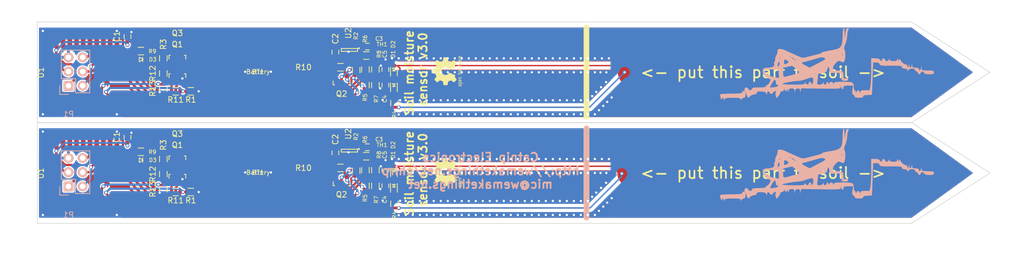
<source format=kicad_pcb>
(kicad_pcb (version 20160815) (host pcbnew no-vcs-found-undefined)
  (layers (0 F.Cu signal) (31 B.Cu signal) (34 B.Paste user hide) (35 F.Paste user) (36 B.SilkS user hide) (37 F.SilkS user) (38 B.Mask user) (39 F.Mask user) (44 Edge.Cuts user))
  (net 0 "")
  (net 1 GND)
  (net 2 VCC)
  (net 3 /SENSE_LOW)
  (net 4 /SENSOR_TRACK)
  (net 5 /THERMISTOR)
  (net 6 /RESET)
  (net 7 /EXCITATION)
  (net 8 "Net-(D3-Pad2)")
  (net 9 "Net-(D3-Pad1)")
  (net 10 +2V5)
  (net 11 /SWO)
  (net 12 /SWDCLK)
  (net 13 /SWDIO)
  (net 14 /PERIPHERAL_POWER_ENABLE)
  (net 15 "Net-(R9-Pad2)")
  (net 16 "Net-(Q1-Pad3)")
  (net 17 "Net-(Q1-Pad1)")
  (net 18 "Net-(U1-Pad2)")
  (net 19 "Net-(U1-Pad3)")
  (net 20 "Net-(U1-Pad4)")
  (net 21 "Net-(U1-Pad5)")
  (net 22 "Net-(U1-Pad6)")
  (net 23 "Net-(U1-Pad7)")
  (net 24 "Net-(U1-Pad8)")
  (net 25 "Net-(U1-Pad9)")
  (net 26 "Net-(U1-Pad28)")
  (net 27 "Net-(U1-Pad27)")
  (net 28 "Net-(U1-Pad26)")
  (net 29 "Net-(U1-Pad25)")
  (net 30 "Net-(U1-Pad24)")
  (net 31 /SENSE_HIGH)
  (net 32 +BATT)
  (net 33 "Net-(Q3-Pad3)")
  (net 34 /BATTERY_SENSE_ENABLE)
  (net 35 /BATTERY_SENSE)
  (module Pin_Headers:Pin_Header_Straight_2x03 (layer B.Cu) (at 85.56 75.4)
    (fp_text reference P1 (at 0 5.1) (layer B.SilkS) (effects (justify mirror)))
    (fp_text value CONN_02X03)
    (pad 1 thru_hole rect (at 0 0) (size 1.7272 1.7272) (drill 1.016) (layers *.Cu *.Mask B.SilkS) (net 10 +2V5))
    (pad 2 thru_hole oval (at 2.54 0) (size 1.7272 1.7272) (drill 1.016) (layers *.Cu *.Mask B.SilkS) (net 13 /SWDIO))
    (pad 3 thru_hole oval (at 0 -2.54) (size 1.7272 1.7272) (drill 1.016) (layers *.Cu *.Mask B.SilkS) (net 6 /RESET))
    (pad 4 thru_hole oval (at 2.54 -2.54) (size 1.7272 1.7272) (drill 1.016) (layers *.Cu *.Mask B.SilkS) (net 12 /SWDCLK))
    (pad 5 thru_hole oval (at 0 -5.08) (size 1.7272 1.7272) (drill 1.016) (layers *.Cu *.Mask B.SilkS) (net 1 GND))
    (pad 6 thru_hole oval (at 2.54 -5.08) (size 1.7272 1.7272) (drill 1.016) (layers *.Cu *.Mask B.SilkS) (net 11 /SWO))
  )
  (module Resistors_SMD:R_0603 (layer F.Cu) (at 138.562 75.29 270)
    (fp_text reference R5 (at 2.21 0.062 270) (layer F.SilkS) (effects (font (size 0.7 0.7) (thickness 0.11))))
    (fp_text value 1M)
    (pad 2 smd rect (at 0.75 0 270) (size 0.5 0.9) (layers F.Cu F.Paste F.Mask) (net 2 VCC))
    (pad 1 smd rect (at -0.75 0 270) (size 0.5 0.9) (layers F.Cu F.Paste F.Mask) (net 31 /SENSE_HIGH))
  )
  (module Resistors_SMD:R_0603 (layer F.Cu) (at 140.34 75.29 90)
    (fp_text reference R7 (at -2.46 0.16 90) (layer F.SilkS) (effects (font (size 0.7 0.7) (thickness 0.11))))
    (fp_text value 1M)
    (pad 2 smd rect (at 0.75 0 90) (size 0.5 0.9) (layers F.Cu F.Paste F.Mask) (net 31 /SENSE_HIGH))
    (pad 1 smd rect (at -0.75 0 90) (size 0.5 0.9) (layers F.Cu F.Paste F.Mask) (net 1 GND))
  )
  (module Resistors_SMD:R_0603 (layer F.Cu) (at 140.34 72.496 270)
    (fp_text reference R8 (at -2.746 -0.66 270) (layer F.SilkS) (effects (font (size 0.7 0.7) (thickness 0.11))))
    (fp_text value 1M)
    (pad 2 smd rect (at 0.75 0 270) (size 0.5 0.9) (layers F.Cu F.Paste F.Mask) (net 3 /SENSE_LOW))
    (pad 1 smd rect (at -0.75 0 270) (size 0.5 0.9) (layers F.Cu F.Paste F.Mask) (net 1 GND))
  )
  (module Capacitors_SMD:C_0603 (layer F.Cu) (at 138.9 68.4)
    (fp_text reference C3 (at 2.1 -1.4) (layer F.SilkS) (effects (font (size 0.7 0.7) (thickness 0.11))))
    (fp_text value 1u)
    (pad 2 smd rect (at 0.75 0) (size 0.8 0.75) (layers F.Cu F.Paste F.Mask) (net 1 GND))
    (pad 1 smd rect (at -0.75 0) (size 0.8 0.75) (layers F.Cu F.Paste F.Mask) (net 10 +2V5))
  )
  (module Resistors_SMD:R_0603 (layer F.Cu) (at 138.7 70)
    (fp_text reference TH1 (at 2.8 -2) (layer F.SilkS) (effects (font (size 0.7 0.7) (thickness 0.11))))
    (fp_text value NCP18XH103F03RB)
    (pad 2 smd rect (at 0.75 0) (size 0.5 0.9) (layers F.Cu F.Paste F.Mask) (net 1 GND))
    (pad 1 smd rect (at -0.75 0) (size 0.5 0.9) (layers F.Cu F.Paste F.Mask) (net 5 /THERMISTOR))
  )
  (module Resistors_SMD:R_0603 (layer F.Cu) (at 138.562 72.496 90)
    (fp_text reference R6 (at 5.496 -0.062 90) (layer F.SilkS) (effects (font (size 0.7 0.7) (thickness 0.11))))
    (fp_text value 1M)
    (pad 2 smd rect (at 0.75 0 90) (size 0.5 0.9) (layers F.Cu F.Paste F.Mask) (net 2 VCC))
    (pad 1 smd rect (at -0.75 0 90) (size 0.5 0.9) (layers F.Cu F.Paste F.Mask) (net 3 /SENSE_LOW))
  )
  (module Capacitors_SMD:C_0603 (layer F.Cu) (at 142.118 72.496 90)
    (fp_text reference C5 (at 2.746 -0.118 90) (layer F.SilkS) (effects (font (size 0.7 0.7) (thickness 0.11))))
    (fp_text value 1n)
    (pad 2 smd rect (at 0.75 0 90) (size 0.8 0.75) (layers F.Cu F.Paste F.Mask) (net 1 GND))
    (pad 1 smd rect (at -0.75 0 90) (size 0.8 0.75) (layers F.Cu F.Paste F.Mask) (net 3 /SENSE_LOW))
  )
  (module Capacitors_SMD:C_0603 (layer F.Cu) (at 142.118 75.29 270)
    (fp_text reference C4 (at 2.46 0.118 270) (layer F.SilkS) (effects (font (size 0.7 0.7) (thickness 0.11))))
    (fp_text value 1n)
    (pad 2 smd rect (at 0.75 0 270) (size 0.8 0.75) (layers F.Cu F.Paste F.Mask) (net 1 GND))
    (pad 1 smd rect (at -0.75 0 270) (size 0.8 0.75) (layers F.Cu F.Paste F.Mask) (net 31 /SENSE_HIGH))
  )
  (module w_logo:Logo_silk_OSHW_6x6mm (layer F.Cu) (at 152.6 72.8 90)
    (fp_text reference G*** hide)
    (fp_text value LOGO hide)
  )
  (module SMD_Packages:SOD-523 (layer F.Cu) (at 143.642 72.496 270)
    (fp_text reference D2 (at -4.496 0.142 270) (layer F.SilkS) (effects (font (size 0.7 0.7) (thickness 0.11))))
    (fp_text value BAT54)
    (pad 2 smd rect (at 0.7 0 270) (size 0.6 0.7) (layers F.Cu F.Paste F.Mask) (net 3 /SENSE_LOW))
    (pad 1 smd rect (at -0.7 0 270) (size 0.6 0.7) (layers F.Cu F.Paste F.Mask) (net 4 /SENSOR_TRACK))
  )
  (module SMD_Packages:SOD-523 (layer F.Cu) (at 143.642 75.29 270)
    (fp_text reference D1 (at -5.54 0.142 270) (layer F.SilkS) (effects (font (size 0.7 0.7) (thickness 0.11))))
    (fp_text value BAT54)
    (pad 2 smd rect (at 0.7 0 270) (size 0.6 0.7) (layers F.Cu F.Paste F.Mask) (net 4 /SENSOR_TRACK))
    (pad 1 smd rect (at -0.7 0 270) (size 0.6 0.7) (layers F.Cu F.Paste F.Mask) (net 31 /SENSE_HIGH))
  )
  (module Resistors_SMD:R_0603 (layer F.Cu) (at 143.75 78.5 90)
    (fp_text reference R4 (at -2 0 90) (layer F.SilkS) (effects (font (size 0.7 0.7) (thickness 0.11))))
    (fp_text value 330)
    (pad 2 smd rect (at 0.75 0 90) (size 0.5 0.9) (layers F.Cu F.Paste F.Mask) (net 7 /EXCITATION))
    (pad 1 smd rect (at -0.75 0 90) (size 0.5 0.9) (layers F.Cu F.Paste F.Mask) (net 4 /SENSOR_TRACK))
  )
  (module chirp_logo:ziogas (layer F.Cu) (at 221 71.5 180)
    (fp_text reference G*** hide)
    (fp_text value LOGO hide)
  )
  (module TO_SOT_Packages_SMD:SOT-23-5 (layer F.Cu) (at 135.7 69 270)
    (fp_text reference U2 (at -3 0.2 270) (layer F.SilkS))
    (fp_text value TPS78225)
    (pad 5 smd rect (at 1.1 -0.95 270) (size 1.06 0.65) (layers F.Cu F.Paste F.Mask) (net 10 +2V5))
    (pad 4 smd rect (at 1.1 0.95 270) (size 1.06 0.65) (layers F.Cu F.Paste F.Mask) (net 1 GND))
    (pad 3 smd rect (at -1.1 0.95 270) (size 1.06 0.65) (layers F.Cu F.Paste F.Mask) (net 32 +BATT))
    (pad 2 smd rect (at -1.1 0 270) (size 1.06 0.65) (layers F.Cu F.Paste F.Mask) (net 1 GND))
    (pad 1 smd rect (at -1.1 -0.95 270) (size 1.06 0.65) (layers F.Cu F.Paste F.Mask) (net 32 +BATT))
  )
  (module TO_SOT_Packages_SMD:SOT-23 (layer F.Cu) (at 134.3 74.6 180)
    (fp_text reference Q2 (at 0 -2.25 180) (layer F.SilkS))
    (fp_text value Q_PMOS_GSD)
    (pad 1 smd rect (at -0.95 1.00076 180) (size 0.8001 0.8001) (layers F.Cu F.Paste F.Mask) (net 14 /PERIPHERAL_POWER_ENABLE))
    (pad 2 smd rect (at 0.95 1.00076 180) (size 0.8001 0.8001) (layers F.Cu F.Paste F.Mask) (net 10 +2V5))
    (pad 3 smd rect (at 0 -0.99822 180) (size 0.8001 0.8001) (layers F.Cu F.Paste F.Mask) (net 2 VCC))
  )
  (module Resistors_SMD:R_0603 (layer F.Cu) (at 134.1 72.1 180)
    (fp_text reference R10 (at 6.6 0 180) (layer F.SilkS))
    (fp_text value 1M)
    (pad 1 smd rect (at -0.75 0 180) (size 0.5 0.9) (layers F.Cu F.Paste F.Mask) (net 14 /PERIPHERAL_POWER_ENABLE))
    (pad 2 smd rect (at 0.75 0 180) (size 0.5 0.9) (layers F.Cu F.Paste F.Mask) (net 10 +2V5))
  )
  (module Capacitors_SMD:C_0603 (layer F.Cu) (at 133.2 69.4 270)
    (fp_text reference C2 (at -2.4 0 270) (layer F.SilkS))
    (fp_text value 1u)
    (pad 1 smd rect (at -0.75 0 270) (size 0.8 0.75) (layers F.Cu F.Paste F.Mask) (net 32 +BATT))
    (pad 2 smd rect (at 0.75 0 270) (size 0.8 0.75) (layers F.Cu F.Paste F.Mask) (net 1 GND))
  )
  (module Resistors_SMD:R_0603 (layer F.Cu) (at 136.9 72.6 90)
    (fp_text reference R2 (at 6.1 -0.034 90) (layer F.SilkS) (effects (font (size 0.7 0.7) (thickness 0.11))))
    (fp_text value "10k 0.1%")
    (pad 2 smd rect (at 0.75 0 90) (size 0.5 0.9) (layers F.Cu F.Paste F.Mask) (net 5 /THERMISTOR))
    (pad 1 smd rect (at -0.75 0 90) (size 0.5 0.9) (layers F.Cu F.Paste F.Mask) (net 2 VCC))
  )
  (module Resistors_SMD:R_0603 (layer F.Cu) (at 98.5 69.2 180)
    (fp_text reference R9 (at -2.05 -0.05 180) (layer F.SilkS) (effects (font (size 0.7 0.7) (thickness 0.11))))
    (fp_text value 330)
    (pad 2 smd rect (at 0.75 0 180) (size 0.5 0.9) (layers F.Cu F.Paste F.Mask) (net 15 "Net-(R9-Pad2)"))
    (pad 1 smd rect (at -0.75 0 180) (size 0.5 0.9) (layers F.Cu F.Paste F.Mask) (net 8 "Net-(D3-Pad2)"))
  )
  (module Resistors_SMD:R_0603 (layer F.Cu) (at 102.5 70.5 90)
    (fp_text reference R3 (at 2.5 0 90) (layer F.SilkS))
    (fp_text value 1M)
    (pad 1 smd rect (at -0.75 0 90) (size 0.5 0.9) (layers F.Cu F.Paste F.Mask) (net 16 "Net-(Q1-Pad3)"))
    (pad 2 smd rect (at 0.75 0 90) (size 0.5 0.9) (layers F.Cu F.Paste F.Mask) (net 32 +BATT))
  )
  (module Resistors_SMD:R_0603 (layer F.Cu) (at 102.5 73.2 90)
    (fp_text reference R12 (at 0 -1.9 90) (layer F.SilkS))
    (fp_text value 1M)
    (pad 2 smd rect (at 0.75 0 90) (size 0.5 0.9) (layers F.Cu F.Paste F.Mask) (net 33 "Net-(Q3-Pad3)"))
    (pad 1 smd rect (at -0.75 0 90) (size 0.5 0.9) (layers F.Cu F.Paste F.Mask) (net 35 /BATTERY_SENSE))
  )
  (module LEDs:LED-0603 (layer F.Cu) (at 98.5 70.7 270)
    (fp_text reference D3 (at 0 -2.1) (layer F.SilkS) (effects (font (size 0.7 0.7) (thickness 0.11))))
    (fp_text value LED)
    (pad 2 smd rect (at 0 -0.825 270) (size 0.8 0.8) (layers F.Cu F.Paste F.Mask) (net 8 "Net-(D3-Pad2)"))
    (pad 1 smd rect (at 0 0.825 270) (size 0.8 0.8) (layers F.Cu F.Paste F.Mask) (net 9 "Net-(D3-Pad1)"))
  )
  (module Capacitors_SMD:C_0603 (layer F.Cu) (at 96.1 66.6 90)
    (fp_text reference C1 (at 0 -1.9 90) (layer F.SilkS))
    (fp_text value 1u)
    (pad 1 smd rect (at -0.75 0 90) (size 0.8 0.75) (layers F.Cu F.Paste F.Mask) (net 10 +2V5))
    (pad 2 smd rect (at 0.75 0 90) (size 0.8 0.75) (layers F.Cu F.Paste F.Mask) (net 1 GND))
  )
  (module ble-footprints:BGM111 (layer F.Cu) (at 80.15 73.05 90)
    (fp_text reference U1 (at 0 0.5 90) (layer F.SilkS))
    (fp_text value BGM111)
    (pad 19 smd oval (at 3.6 14.6 180) (size 3.6 0.8) (layers F.Cu F.Paste F.Mask) (net 15 "Net-(R9-Pad2)"))
    (pad 18 smd oval (at 2.4 14.6 180) (size 3.6 0.8) (layers F.Cu F.Paste F.Mask) (net 9 "Net-(D3-Pad1)"))
    (pad 17 smd oval (at 1.2 14.6 180) (size 3.6 0.8) (layers F.Cu F.Paste F.Mask) (net 5 /THERMISTOR))
    (pad 16 smd oval (at 0 14.6 180) (size 3.6 0.8) (layers F.Cu F.Paste F.Mask) (net 3 /SENSE_LOW))
    (pad 15 smd oval (at -1.2 14.6 180) (size 3.6 0.8) (layers F.Cu F.Paste F.Mask) (net 31 /SENSE_HIGH))
    (pad 14 smd oval (at -2.4 14.6 180) (size 3.6 0.8) (layers F.Cu F.Paste F.Mask) (net 14 /PERIPHERAL_POWER_ENABLE))
    (pad 13 smd oval (at -3.6 14.6 180) (size 3.6 0.8) (layers F.Cu F.Paste F.Mask) (net 7 /EXCITATION))
    (pad 20 smd oval (at 6.05 14.05 90) (size 3.6 0.8) (layers F.Cu F.Paste F.Mask) (net 1 GND))
    (pad 21 smd oval (at 6.05 12.85 90) (size 3.6 0.8) (layers F.Cu F.Paste F.Mask) (net 12 /SWDCLK))
    (pad 22 smd oval (at 6.05 11.65 90) (size 3.6 0.8) (layers F.Cu F.Paste F.Mask) (net 13 /SWDIO))
    (pad 23 smd oval (at 6.05 10.45 90) (size 3.6 0.8) (layers F.Cu F.Paste F.Mask) (net 11 /SWO))
    (pad 24 smd oval (at 6.05 9.25 90) (size 3.6 0.8) (layers F.Cu F.Paste F.Mask) (net 30 "Net-(U1-Pad24)"))
    (pad 25 smd oval (at 6.05 8.05 90) (size 3.6 0.8) (layers F.Cu F.Paste F.Mask) (net 29 "Net-(U1-Pad25)"))
    (pad 26 smd oval (at 6.05 6.85 90) (size 3.6 0.8) (layers F.Cu F.Paste F.Mask) (net 28 "Net-(U1-Pad26)"))
    (pad 27 smd oval (at 6.05 5.65 90) (size 3.6 0.8) (layers F.Cu F.Paste F.Mask) (net 27 "Net-(U1-Pad27)"))
    (pad 28 smd oval (at 6.05 4.45 90) (size 3.6 0.8) (layers F.Cu F.Paste F.Mask) (net 26 "Net-(U1-Pad28)"))
    (pad 29 smd oval (at 6.05 3.25 90) (size 3.6 0.8) (layers F.Cu F.Paste F.Mask) (net 10 +2V5))
    (pad 30 smd oval (at 6.05 2.05 90) (size 3.6 0.8) (layers F.Cu F.Paste F.Mask) (net 6 /RESET))
    (pad 12 smd oval (at -6.05 14.05 90) (size 3.6 0.8) (layers F.Cu F.Paste F.Mask) (net 1 GND))
    (pad 11 smd oval (at -6.05 12.85 90) (size 3.6 0.8) (layers F.Cu F.Paste F.Mask) (net 34 /BATTERY_SENSE_ENABLE))
    (pad 10 smd oval (at -6.05 11.65 90) (size 3.6 0.8) (layers F.Cu F.Paste F.Mask) (net 35 /BATTERY_SENSE))
    (pad 9 smd oval (at -6.05 10.45 90) (size 3.6 0.8) (layers F.Cu F.Paste F.Mask) (net 25 "Net-(U1-Pad9)"))
    (pad 8 smd oval (at -6.05 9.25 90) (size 3.6 0.8) (layers F.Cu F.Paste F.Mask) (net 24 "Net-(U1-Pad8)"))
    (pad 7 smd oval (at -6.05 8.05 90) (size 3.6 0.8) (layers F.Cu F.Paste F.Mask) (net 23 "Net-(U1-Pad7)"))
    (pad 6 smd oval (at -6.05 6.85 90) (size 3.6 0.8) (layers F.Cu F.Paste F.Mask) (net 22 "Net-(U1-Pad6)"))
    (pad 5 smd oval (at -6.05 5.65 90) (size 3.6 0.8) (layers F.Cu F.Paste F.Mask) (net 21 "Net-(U1-Pad5)"))
    (pad 4 smd oval (at -6.05 4.45 90) (size 3.6 0.8) (layers F.Cu F.Paste F.Mask) (net 20 "Net-(U1-Pad4)"))
    (pad 3 smd oval (at -6.05 3.25 90) (size 3.6 0.8) (layers F.Cu F.Paste F.Mask) (net 19 "Net-(U1-Pad3)"))
    (pad 2 smd oval (at -6.05 2.05 90) (size 3.6 0.8) (layers F.Cu F.Paste F.Mask) (net 18 "Net-(U1-Pad2)"))
    (pad 1 smd oval (at -6.05 0.85 90) (size 3.6 0.8) (layers F.Cu F.Paste F.Mask) (net 1 GND))
    (pad 31 smd oval (at 6.05 0.85 90) (size 3.6 0.8) (layers F.Cu F.Paste F.Mask) (net 1 GND))
  )
  (module Resistors_SMD:R_0603 (layer F.Cu) (at 102.5 75.9 90)
    (fp_text reference R13 (at 0 -1.9 90) (layer F.SilkS))
    (fp_text value 1M)
    (pad 1 smd rect (at -0.75 0 90) (size 0.5 0.9) (layers F.Cu F.Paste F.Mask) (net 1 GND))
    (pad 2 smd rect (at 0.75 0 90) (size 0.5 0.9) (layers F.Cu F.Paste F.Mask) (net 35 /BATTERY_SENSE))
  )
  (module TO_SOT_Packages_SMD:SOT-23 (layer F.Cu) (at 105 70.6)
    (fp_text reference Q3 (at 0 -4.6) (layer F.SilkS))
    (fp_text value Q_PMOS_GSD)
    (pad 1 smd rect (at -0.95 1.00076) (size 0.8001 0.8001) (layers F.Cu F.Paste F.Mask) (net 16 "Net-(Q1-Pad3)"))
    (pad 2 smd rect (at 0.95 1.00076) (size 0.8001 0.8001) (layers F.Cu F.Paste F.Mask) (net 32 +BATT))
    (pad 3 smd rect (at 0 -0.99822) (size 0.8001 0.8001) (layers F.Cu F.Paste F.Mask) (net 33 "Net-(Q3-Pad3)"))
  )
  (module TO_SOT_Packages_SMD:SOT-23 (layer F.Cu) (at 105 73.9)
    (fp_text reference Q1 (at 0 -5.9) (layer F.SilkS))
    (fp_text value Q_NMOS_GSD)
    (pad 1 smd rect (at -0.95 1.00076) (size 0.8001 0.8001) (layers F.Cu F.Paste F.Mask) (net 17 "Net-(Q1-Pad1)"))
    (pad 2 smd rect (at 0.95 1.00076) (size 0.8001 0.8001) (layers F.Cu F.Paste F.Mask) (net 1 GND))
    (pad 3 smd rect (at 0 -0.99822) (size 0.8001 0.8001) (layers F.Cu F.Paste F.Mask) (net 16 "Net-(Q1-Pad3)"))
  )
  (module Resistors_SMD:R_0603 (layer F.Cu) (at 104.7 76.4)
    (fp_text reference R11 (at 0 1.5) (layer F.SilkS))
    (fp_text value 330)
    (pad 1 smd rect (at -0.75 0) (size 0.5 0.9) (layers F.Cu F.Paste F.Mask) (net 17 "Net-(Q1-Pad1)"))
    (pad 2 smd rect (at 0.75 0) (size 0.5 0.9) (layers F.Cu F.Paste F.Mask) (net 34 /BATTERY_SENSE_ENABLE))
  )
  (module Resistors_SMD:R_0603 (layer F.Cu) (at 107.4 76.4 180)
    (fp_text reference R1 (at 0 -1.5 180) (layer F.SilkS))
    (fp_text value 1M)
    (pad 2 smd rect (at 0.75 0 180) (size 0.5 0.9) (layers F.Cu F.Paste F.Mask) (net 34 /BATTERY_SENSE_ENABLE))
    (pad 1 smd rect (at -0.75 0 180) (size 0.5 0.9) (layers F.Cu F.Paste F.Mask) (net 1 GND))
  )
  (module ble-footprints:BAT-HLD-001 (layer F.Cu) (at 119.4 72.9 180)
    (fp_text reference BT1 (at 0 0 180) (layer F.SilkS) (effects (font (size 0.8 0.8) (thickness 0.12))))
    (fp_text value Battery (at 0 0 180) (layer F.SilkS) (effects (font (size 0.8 0.8) (thickness 0.12))))
    (pad 1 smd rect (at -11.51 0 270) (size 5.08 2.79) (layers F.Cu F.Paste F.Mask) (net 32 +BATT))
    (pad 2 smd rect (at 0 0 270) (size 5.08 2.79) (layers F.Cu F.Paste F.Mask) (net 1 GND))
    (pad 1 smd rect (at 11.25 0 270) (size 5.08 2.79) (layers F.Cu F.Paste F.Mask) (net 32 +BATT))
  )
  (module TO_SOT_Packages_SMD:SOT-23 (layer F.Cu) (at 105 88.6)
    (fp_text reference Q3 (at 0 -4.6) (layer F.SilkS))
    (fp_text value Q_PMOS_GSD)
    (pad 3 smd rect (at 0 -0.99822) (size 0.8001 0.8001) (layers F.Cu F.Paste F.Mask) (net 33 "Net-(Q3-Pad3)"))
    (pad 2 smd rect (at 0.95 1.00076) (size 0.8001 0.8001) (layers F.Cu F.Paste F.Mask) (net 32 +BATT))
    (pad 1 smd rect (at -0.95 1.00076) (size 0.8001 0.8001) (layers F.Cu F.Paste F.Mask) (net 16 "Net-(Q1-Pad3)"))
  )
  (module Resistors_SMD:R_0603 (layer F.Cu) (at 107.4 94.4 180)
    (fp_text reference R1 (at 0 -1.5 180) (layer F.SilkS))
    (fp_text value 1M)
    (pad 1 smd rect (at -0.75 0 180) (size 0.5 0.9) (layers F.Cu F.Paste F.Mask) (net 1 GND))
    (pad 2 smd rect (at 0.75 0 180) (size 0.5 0.9) (layers F.Cu F.Paste F.Mask) (net 34 /BATTERY_SENSE_ENABLE))
  )
  (module TO_SOT_Packages_SMD:SOT-23 (layer F.Cu) (at 105 91.9)
    (fp_text reference Q1 (at 0 -5.9) (layer F.SilkS))
    (fp_text value Q_NMOS_GSD)
    (pad 3 smd rect (at 0 -0.99822) (size 0.8001 0.8001) (layers F.Cu F.Paste F.Mask) (net 16 "Net-(Q1-Pad3)"))
    (pad 2 smd rect (at 0.95 1.00076) (size 0.8001 0.8001) (layers F.Cu F.Paste F.Mask) (net 1 GND))
    (pad 1 smd rect (at -0.95 1.00076) (size 0.8001 0.8001) (layers F.Cu F.Paste F.Mask) (net 17 "Net-(Q1-Pad1)"))
  )
  (module TO_SOT_Packages_SMD:SOT-23 (layer F.Cu) (at 134.3 92.6 180)
    (fp_text reference Q2 (at 0 -2.25 180) (layer F.SilkS))
    (fp_text value Q_PMOS_GSD)
    (pad 3 smd rect (at 0 -0.99822 180) (size 0.8001 0.8001) (layers F.Cu F.Paste F.Mask) (net 2 VCC))
    (pad 2 smd rect (at 0.95 1.00076 180) (size 0.8001 0.8001) (layers F.Cu F.Paste F.Mask) (net 10 +2V5))
    (pad 1 smd rect (at -0.95 1.00076 180) (size 0.8001 0.8001) (layers F.Cu F.Paste F.Mask) (net 14 /PERIPHERAL_POWER_ENABLE))
  )
  (module ble-footprints:BGM111 (layer F.Cu) (at 80.15 91.05 90)
    (fp_text reference U1 (at 0 0.5 90) (layer F.SilkS))
    (fp_text value BGM111)
    (pad 31 smd oval (at 6.05 0.85 90) (size 3.6 0.8) (layers F.Cu F.Paste F.Mask) (net 1 GND))
    (pad 1 smd oval (at -6.05 0.85 90) (size 3.6 0.8) (layers F.Cu F.Paste F.Mask) (net 1 GND))
    (pad 2 smd oval (at -6.05 2.05 90) (size 3.6 0.8) (layers F.Cu F.Paste F.Mask) (net 18 "Net-(U1-Pad2)"))
    (pad 3 smd oval (at -6.05 3.25 90) (size 3.6 0.8) (layers F.Cu F.Paste F.Mask) (net 19 "Net-(U1-Pad3)"))
    (pad 4 smd oval (at -6.05 4.45 90) (size 3.6 0.8) (layers F.Cu F.Paste F.Mask) (net 20 "Net-(U1-Pad4)"))
    (pad 5 smd oval (at -6.05 5.65 90) (size 3.6 0.8) (layers F.Cu F.Paste F.Mask) (net 21 "Net-(U1-Pad5)"))
    (pad 6 smd oval (at -6.05 6.85 90) (size 3.6 0.8) (layers F.Cu F.Paste F.Mask) (net 22 "Net-(U1-Pad6)"))
    (pad 7 smd oval (at -6.05 8.05 90) (size 3.6 0.8) (layers F.Cu F.Paste F.Mask) (net 23 "Net-(U1-Pad7)"))
    (pad 8 smd oval (at -6.05 9.25 90) (size 3.6 0.8) (layers F.Cu F.Paste F.Mask) (net 24 "Net-(U1-Pad8)"))
    (pad 9 smd oval (at -6.05 10.45 90) (size 3.6 0.8) (layers F.Cu F.Paste F.Mask) (net 25 "Net-(U1-Pad9)"))
    (pad 10 smd oval (at -6.05 11.65 90) (size 3.6 0.8) (layers F.Cu F.Paste F.Mask) (net 35 /BATTERY_SENSE))
    (pad 11 smd oval (at -6.05 12.85 90) (size 3.6 0.8) (layers F.Cu F.Paste F.Mask) (net 34 /BATTERY_SENSE_ENABLE))
    (pad 12 smd oval (at -6.05 14.05 90) (size 3.6 0.8) (layers F.Cu F.Paste F.Mask) (net 1 GND))
    (pad 30 smd oval (at 6.05 2.05 90) (size 3.6 0.8) (layers F.Cu F.Paste F.Mask) (net 6 /RESET))
    (pad 29 smd oval (at 6.05 3.25 90) (size 3.6 0.8) (layers F.Cu F.Paste F.Mask) (net 10 +2V5))
    (pad 28 smd oval (at 6.05 4.45 90) (size 3.6 0.8) (layers F.Cu F.Paste F.Mask) (net 26 "Net-(U1-Pad28)"))
    (pad 27 smd oval (at 6.05 5.65 90) (size 3.6 0.8) (layers F.Cu F.Paste F.Mask) (net 27 "Net-(U1-Pad27)"))
    (pad 26 smd oval (at 6.05 6.85 90) (size 3.6 0.8) (layers F.Cu F.Paste F.Mask) (net 28 "Net-(U1-Pad26)"))
    (pad 25 smd oval (at 6.05 8.05 90) (size 3.6 0.8) (layers F.Cu F.Paste F.Mask) (net 29 "Net-(U1-Pad25)"))
    (pad 24 smd oval (at 6.05 9.25 90) (size 3.6 0.8) (layers F.Cu F.Paste F.Mask) (net 30 "Net-(U1-Pad24)"))
    (pad 23 smd oval (at 6.05 10.45 90) (size 3.6 0.8) (layers F.Cu F.Paste F.Mask) (net 11 /SWO))
    (pad 22 smd oval (at 6.05 11.65 90) (size 3.6 0.8) (layers F.Cu F.Paste F.Mask) (net 13 /SWDIO))
    (pad 21 smd oval (at 6.05 12.85 90) (size 3.6 0.8) (layers F.Cu F.Paste F.Mask) (net 12 /SWDCLK))
    (pad 20 smd oval (at 6.05 14.05 90) (size 3.6 0.8) (layers F.Cu F.Paste F.Mask) (net 1 GND))
    (pad 13 smd oval (at -3.6 14.6 180) (size 3.6 0.8) (layers F.Cu F.Paste F.Mask) (net 7 /EXCITATION))
    (pad 14 smd oval (at -2.4 14.6 180) (size 3.6 0.8) (layers F.Cu F.Paste F.Mask) (net 14 /PERIPHERAL_POWER_ENABLE))
    (pad 15 smd oval (at -1.2 14.6 180) (size 3.6 0.8) (layers F.Cu F.Paste F.Mask) (net 31 /SENSE_HIGH))
    (pad 16 smd oval (at 0 14.6 180) (size 3.6 0.8) (layers F.Cu F.Paste F.Mask) (net 3 /SENSE_LOW))
    (pad 17 smd oval (at 1.2 14.6 180) (size 3.6 0.8) (layers F.Cu F.Paste F.Mask) (net 5 /THERMISTOR))
    (pad 18 smd oval (at 2.4 14.6 180) (size 3.6 0.8) (layers F.Cu F.Paste F.Mask) (net 9 "Net-(D3-Pad1)"))
    (pad 19 smd oval (at 3.6 14.6 180) (size 3.6 0.8) (layers F.Cu F.Paste F.Mask) (net 15 "Net-(R9-Pad2)"))
  )
  (module LEDs:LED-0603 (layer F.Cu) (at 98.5 88.7 270)
    (fp_text reference D3 (at 0 -2.1) (layer F.SilkS) (effects (font (size 0.7 0.7) (thickness 0.11))))
    (fp_text value LED)
    (pad 1 smd rect (at 0 0.825 270) (size 0.8 0.8) (layers F.Cu F.Paste F.Mask) (net 9 "Net-(D3-Pad1)"))
    (pad 2 smd rect (at 0 -0.825 270) (size 0.8 0.8) (layers F.Cu F.Paste F.Mask) (net 8 "Net-(D3-Pad2)"))
  )
  (module SMD_Packages:SOD-523 (layer F.Cu) (at 143.642 90.496 270)
    (fp_text reference D2 (at -4.496 0.142 270) (layer F.SilkS) (effects (font (size 0.7 0.7) (thickness 0.11))))
    (fp_text value BAT54)
    (pad 1 smd rect (at -0.7 0 270) (size 0.6 0.7) (layers F.Cu F.Paste F.Mask) (net 4 /SENSOR_TRACK))
    (pad 2 smd rect (at 0.7 0 270) (size 0.6 0.7) (layers F.Cu F.Paste F.Mask) (net 3 /SENSE_LOW))
  )
  (module SMD_Packages:SOD-523 (layer F.Cu) (at 143.642 93.29 270)
    (fp_text reference D1 (at -5.54 0.142 270) (layer F.SilkS) (effects (font (size 0.7 0.7) (thickness 0.11))))
    (fp_text value BAT54)
    (pad 1 smd rect (at -0.7 0 270) (size 0.6 0.7) (layers F.Cu F.Paste F.Mask) (net 31 /SENSE_HIGH))
    (pad 2 smd rect (at 0.7 0 270) (size 0.6 0.7) (layers F.Cu F.Paste F.Mask) (net 4 /SENSOR_TRACK))
  )
  (module Capacitors_SMD:C_0603 (layer F.Cu) (at 138.9 86.4)
    (fp_text reference C3 (at 2.1 -1.4) (layer F.SilkS) (effects (font (size 0.7 0.7) (thickness 0.11))))
    (fp_text value 1u)
    (pad 1 smd rect (at -0.75 0) (size 0.8 0.75) (layers F.Cu F.Paste F.Mask) (net 10 +2V5))
    (pad 2 smd rect (at 0.75 0) (size 0.8 0.75) (layers F.Cu F.Paste F.Mask) (net 1 GND))
  )
  (module Capacitors_SMD:C_0603 (layer F.Cu) (at 142.118 93.29 270)
    (fp_text reference C4 (at 2.46 0.118 270) (layer F.SilkS) (effects (font (size 0.7 0.7) (thickness 0.11))))
    (fp_text value 1n)
    (pad 1 smd rect (at -0.75 0 270) (size 0.8 0.75) (layers F.Cu F.Paste F.Mask) (net 31 /SENSE_HIGH))
    (pad 2 smd rect (at 0.75 0 270) (size 0.8 0.75) (layers F.Cu F.Paste F.Mask) (net 1 GND))
  )
  (module Capacitors_SMD:C_0603 (layer F.Cu) (at 142.118 90.496 90)
    (fp_text reference C5 (at 2.746 -0.118 90) (layer F.SilkS) (effects (font (size 0.7 0.7) (thickness 0.11))))
    (fp_text value 1n)
    (pad 1 smd rect (at -0.75 0 90) (size 0.8 0.75) (layers F.Cu F.Paste F.Mask) (net 3 /SENSE_LOW))
    (pad 2 smd rect (at 0.75 0 90) (size 0.8 0.75) (layers F.Cu F.Paste F.Mask) (net 1 GND))
  )
  (module Resistors_SMD:R_0603 (layer F.Cu) (at 136.9 90.6 90)
    (fp_text reference R2 (at 6.1 -0.034 90) (layer F.SilkS) (effects (font (size 0.7 0.7) (thickness 0.11))))
    (fp_text value "10k 0.1%")
    (pad 1 smd rect (at -0.75 0 90) (size 0.5 0.9) (layers F.Cu F.Paste F.Mask) (net 2 VCC))
    (pad 2 smd rect (at 0.75 0 90) (size 0.5 0.9) (layers F.Cu F.Paste F.Mask) (net 5 /THERMISTOR))
  )
  (module Resistors_SMD:R_0603 (layer F.Cu) (at 143.75 96.5 90)
    (fp_text reference R4 (at -2 0 90) (layer F.SilkS) (effects (font (size 0.7 0.7) (thickness 0.11))))
    (fp_text value 330)
    (pad 1 smd rect (at -0.75 0 90) (size 0.5 0.9) (layers F.Cu F.Paste F.Mask) (net 4 /SENSOR_TRACK))
    (pad 2 smd rect (at 0.75 0 90) (size 0.5 0.9) (layers F.Cu F.Paste F.Mask) (net 7 /EXCITATION))
  )
  (module Resistors_SMD:R_0603 (layer F.Cu) (at 138.562 93.29 270)
    (fp_text reference R5 (at 2.21 0.062 270) (layer F.SilkS) (effects (font (size 0.7 0.7) (thickness 0.11))))
    (fp_text value 1M)
    (pad 1 smd rect (at -0.75 0 270) (size 0.5 0.9) (layers F.Cu F.Paste F.Mask) (net 31 /SENSE_HIGH))
    (pad 2 smd rect (at 0.75 0 270) (size 0.5 0.9) (layers F.Cu F.Paste F.Mask) (net 2 VCC))
  )
  (module Resistors_SMD:R_0603 (layer F.Cu) (at 138.562 90.496 90)
    (fp_text reference R6 (at 5.496 -0.062 90) (layer F.SilkS) (effects (font (size 0.7 0.7) (thickness 0.11))))
    (fp_text value 1M)
    (pad 1 smd rect (at -0.75 0 90) (size 0.5 0.9) (layers F.Cu F.Paste F.Mask) (net 3 /SENSE_LOW))
    (pad 2 smd rect (at 0.75 0 90) (size 0.5 0.9) (layers F.Cu F.Paste F.Mask) (net 2 VCC))
  )
  (module Resistors_SMD:R_0603 (layer F.Cu) (at 140.34 93.29 90)
    (fp_text reference R7 (at -2.46 0.16 90) (layer F.SilkS) (effects (font (size 0.7 0.7) (thickness 0.11))))
    (fp_text value 1M)
    (pad 1 smd rect (at -0.75 0 90) (size 0.5 0.9) (layers F.Cu F.Paste F.Mask) (net 1 GND))
    (pad 2 smd rect (at 0.75 0 90) (size 0.5 0.9) (layers F.Cu F.Paste F.Mask) (net 31 /SENSE_HIGH))
  )
  (module Resistors_SMD:R_0603 (layer F.Cu) (at 140.34 90.496 270)
    (fp_text reference R8 (at -2.746 -0.66 270) (layer F.SilkS) (effects (font (size 0.7 0.7) (thickness 0.11))))
    (fp_text value 1M)
    (pad 1 smd rect (at -0.75 0 270) (size 0.5 0.9) (layers F.Cu F.Paste F.Mask) (net 1 GND))
    (pad 2 smd rect (at 0.75 0 270) (size 0.5 0.9) (layers F.Cu F.Paste F.Mask) (net 3 /SENSE_LOW))
  )
  (module Resistors_SMD:R_0603 (layer F.Cu) (at 98.5 87.2 180)
    (fp_text reference R9 (at -2.05 -0.05 180) (layer F.SilkS) (effects (font (size 0.7 0.7) (thickness 0.11))))
    (fp_text value 330)
    (pad 1 smd rect (at -0.75 0 180) (size 0.5 0.9) (layers F.Cu F.Paste F.Mask) (net 8 "Net-(D3-Pad2)"))
    (pad 2 smd rect (at 0.75 0 180) (size 0.5 0.9) (layers F.Cu F.Paste F.Mask) (net 15 "Net-(R9-Pad2)"))
  )
  (module Resistors_SMD:R_0603 (layer F.Cu) (at 138.7 88)
    (fp_text reference TH1 (at 2.8 -2) (layer F.SilkS) (effects (font (size 0.7 0.7) (thickness 0.11))))
    (fp_text value NCP18XH103F03RB)
    (pad 1 smd rect (at -0.75 0) (size 0.5 0.9) (layers F.Cu F.Paste F.Mask) (net 5 /THERMISTOR))
    (pad 2 smd rect (at 0.75 0) (size 0.5 0.9) (layers F.Cu F.Paste F.Mask) (net 1 GND))
  )
  (module w_logo:Logo_silk_OSHW_6x6mm (layer F.Cu) (at 152.6 90.8 90)
    (fp_text reference G*** hide)
    (fp_text value LOGO hide)
  )
  (module chirp_logo:ziogas (layer F.Cu) (at 221 89.5 180)
    (fp_text reference G*** hide)
    (fp_text value LOGO hide)
  )
  (module ble-footprints:BAT-HLD-001 (layer F.Cu) (at 119.4 90.9 180)
    (fp_text reference BT1 (at 0 0 180) (layer F.SilkS) (effects (font (size 0.8 0.8) (thickness 0.12))))
    (fp_text value Battery (at 0 0 180) (layer F.SilkS) (effects (font (size 0.8 0.8) (thickness 0.12))))
    (pad 1 smd rect (at 11.25 0 270) (size 5.08 2.79) (layers F.Cu F.Paste F.Mask) (net 32 +BATT))
    (pad 2 smd rect (at 0 0 270) (size 5.08 2.79) (layers F.Cu F.Paste F.Mask) (net 1 GND))
    (pad 1 smd rect (at -11.51 0 270) (size 5.08 2.79) (layers F.Cu F.Paste F.Mask) (net 32 +BATT))
  )
  (module Capacitors_SMD:C_0603 (layer F.Cu) (at 96.1 84.6 90)
    (fp_text reference C1 (at 0 -1.9 90) (layer F.SilkS))
    (fp_text value 1u)
    (pad 2 smd rect (at 0.75 0 90) (size 0.8 0.75) (layers F.Cu F.Paste F.Mask) (net 1 GND))
    (pad 1 smd rect (at -0.75 0 90) (size 0.8 0.75) (layers F.Cu F.Paste F.Mask) (net 10 +2V5))
  )
  (module Capacitors_SMD:C_0603 (layer F.Cu) (at 133.2 87.4 270)
    (fp_text reference C2 (at -2.4 0 270) (layer F.SilkS))
    (fp_text value 1u)
    (pad 2 smd rect (at 0.75 0 270) (size 0.8 0.75) (layers F.Cu F.Paste F.Mask) (net 1 GND))
    (pad 1 smd rect (at -0.75 0 270) (size 0.8 0.75) (layers F.Cu F.Paste F.Mask) (net 32 +BATT))
  )
  (module Pin_Headers:Pin_Header_Straight_2x03 (layer B.Cu) (at 85.56 93.4)
    (fp_text reference P1 (at 0 5.1) (layer B.SilkS) (effects (justify mirror)))
    (fp_text value CONN_02X03)
    (pad 6 thru_hole oval (at 2.54 -5.08) (size 1.7272 1.7272) (drill 1.016) (layers *.Cu *.Mask B.SilkS) (net 11 /SWO))
    (pad 5 thru_hole oval (at 0 -5.08) (size 1.7272 1.7272) (drill 1.016) (layers *.Cu *.Mask B.SilkS) (net 1 GND))
    (pad 4 thru_hole oval (at 2.54 -2.54) (size 1.7272 1.7272) (drill 1.016) (layers *.Cu *.Mask B.SilkS) (net 12 /SWDCLK))
    (pad 3 thru_hole oval (at 0 -2.54) (size 1.7272 1.7272) (drill 1.016) (layers *.Cu *.Mask B.SilkS) (net 6 /RESET))
    (pad 2 thru_hole oval (at 2.54 0) (size 1.7272 1.7272) (drill 1.016) (layers *.Cu *.Mask B.SilkS) (net 13 /SWDIO))
    (pad 1 thru_hole rect (at 0 0) (size 1.7272 1.7272) (drill 1.016) (layers *.Cu *.Mask B.SilkS) (net 10 +2V5))
  )
  (module Resistors_SMD:R_0603 (layer F.Cu) (at 134.1 90.1 180)
    (fp_text reference R10 (at 6.6 0 180) (layer F.SilkS))
    (fp_text value 1M)
    (pad 2 smd rect (at 0.75 0 180) (size 0.5 0.9) (layers F.Cu F.Paste F.Mask) (net 10 +2V5))
    (pad 1 smd rect (at -0.75 0 180) (size 0.5 0.9) (layers F.Cu F.Paste F.Mask) (net 14 /PERIPHERAL_POWER_ENABLE))
  )
  (module Resistors_SMD:R_0603 (layer F.Cu) (at 104.7 94.4)
    (fp_text reference R11 (at 0 1.5) (layer F.SilkS))
    (fp_text value 330)
    (pad 2 smd rect (at 0.75 0) (size 0.5 0.9) (layers F.Cu F.Paste F.Mask) (net 34 /BATTERY_SENSE_ENABLE))
    (pad 1 smd rect (at -0.75 0) (size 0.5 0.9) (layers F.Cu F.Paste F.Mask) (net 17 "Net-(Q1-Pad1)"))
  )
  (module TO_SOT_Packages_SMD:SOT-23-5 (layer F.Cu) (at 135.7 87 270)
    (fp_text reference U2 (at -3 0.2 270) (layer F.SilkS))
    (fp_text value TPS78225)
    (pad 1 smd rect (at -1.1 -0.95 270) (size 1.06 0.65) (layers F.Cu F.Paste F.Mask) (net 32 +BATT))
    (pad 2 smd rect (at -1.1 0 270) (size 1.06 0.65) (layers F.Cu F.Paste F.Mask) (net 1 GND))
    (pad 3 smd rect (at -1.1 0.95 270) (size 1.06 0.65) (layers F.Cu F.Paste F.Mask) (net 32 +BATT))
    (pad 4 smd rect (at 1.1 0.95 270) (size 1.06 0.65) (layers F.Cu F.Paste F.Mask) (net 1 GND))
    (pad 5 smd rect (at 1.1 -0.95 270) (size 1.06 0.65) (layers F.Cu F.Paste F.Mask) (net 10 +2V5))
  )
  (module Resistors_SMD:R_0603 (layer F.Cu) (at 102.5 88.5 90)
    (fp_text reference R3 (at 2.5 0 90) (layer F.SilkS))
    (fp_text value 1M)
    (pad 2 smd rect (at 0.75 0 90) (size 0.5 0.9) (layers F.Cu F.Paste F.Mask) (net 32 +BATT))
    (pad 1 smd rect (at -0.75 0 90) (size 0.5 0.9) (layers F.Cu F.Paste F.Mask) (net 16 "Net-(Q1-Pad3)"))
  )
  (module Resistors_SMD:R_0603 (layer F.Cu) (at 102.5 91.2 90)
    (fp_text reference R12 (at 0 -1.9 90) (layer F.SilkS))
    (fp_text value 1M)
    (pad 1 smd rect (at -0.75 0 90) (size 0.5 0.9) (layers F.Cu F.Paste F.Mask) (net 35 /BATTERY_SENSE))
    (pad 2 smd rect (at 0.75 0 90) (size 0.5 0.9) (layers F.Cu F.Paste F.Mask) (net 33 "Net-(Q3-Pad3)"))
  )
  (module Resistors_SMD:R_0603 (layer F.Cu) (at 102.5 93.9 90)
    (fp_text reference R13 (at 0 -1.9 90) (layer F.SilkS))
    (fp_text value 1M)
    (pad 2 smd rect (at 0.75 0 90) (size 0.5 0.9) (layers F.Cu F.Paste F.Mask) (net 35 /BATTERY_SENSE))
    (pad 1 smd rect (at -0.75 0 90) (size 0.5 0.9) (layers F.Cu F.Paste F.Mask) (net 1 GND))
  )
  (gr_text "Soil moisture \nsensor v3.0" (at 147.6 72.5 90) (layer F.SilkS) (effects (font (size 1.5 1.5) (thickness 0.3))))
  (gr_line (start 178 81) (end 178 65) (layer F.SilkS) (width 1))
  (gr_text "<- put this part to soil ->" (at 209.5 73) (layer F.SilkS) (effects (font (size 2 2) (thickness 0.3))))
  (gr_line (start 236 64) (end 80 64) (angle 90) (layer Edge.Cuts) (width 0.1))
  (gr_line (start 80 64) (end 80 82) (angle 90) (layer Edge.Cuts) (width 0.1))
  (gr_line (start 80 82) (end 236 82) (angle 90) (layer Edge.Cuts) (width 0.1))
  (gr_line (start 250 73) (end 236 64) (angle 90) (layer Edge.Cuts) (width 0.1))
  (gr_line (start 250 73) (end 236 82) (angle 90) (layer Edge.Cuts) (width 0.1))
  (gr_text "Catnip Electronics\nhttp://wemakethings.net/chirp\nmic@wemakethings.net" (at 159.1 90.6) (layer B.SilkS) (effects (font (size 1.5 1.5) (thickness 0.3)) (justify mirror)))
  (gr_text "<- put this part to soil ->" (at 209.5 91) (layer F.SilkS) (effects (font (size 2 2) (thickness 0.3))))
  (gr_line (start 178 99) (end 178 83) (layer B.SilkS) (width 1))
  (gr_line (start 178 99) (end 178 83) (layer F.SilkS) (width 1))
  (gr_text "Soil moisture \nsensor v3.0" (at 147.6 90.5 90) (layer F.SilkS) (effects (font (size 1.5 1.5) (thickness 0.3))))
  (gr_line (start 250 91) (end 236 100) (angle 90) (layer Edge.Cuts) (width 0.1))
  (gr_line (start 250 91) (end 236 82) (angle 90) (layer Edge.Cuts) (width 0.1))
  (gr_line (start 80 100) (end 236 100) (angle 90) (layer Edge.Cuts) (width 0.1))
  (gr_line (start 80 82) (end 80 100) (angle 90) (layer Edge.Cuts) (width 0.1))
  (gr_line (start 236 82) (end 80 82) (angle 90) (layer Edge.Cuts) (width 0.1))
  (segment (start 157 78) (end 158.250006 78) (width 0.254) (layer B.Cu) (net 1))
  (segment (start 159.5 78) (end 160.75 78) (width 0.254) (layer B.Cu) (net 1))
  (segment (start 159.5 80.5) (end 160.75 80.5) (width 0.254) (layer B.Cu) (net 1))
  (segment (start 162 78) (end 160.75 78) (width 0.254) (layer B.Cu) (net 1))
  (segment (start 162 80.5) (end 160.75 80.5) (width 0.254) (layer B.Cu) (net 1))
  (segment (start 157 78) (end 155.75 78) (width 0.254) (layer B.Cu) (net 1))
  (segment (start 149.5 70.5) (end 150.75 70.5) (width 0.254) (layer B.Cu) (net 1))
  (segment (start 159.5 70.5) (end 160.749994 70.5) (width 0.254) (layer B.Cu) (net 1))
  (segment (start 162 70.5) (end 160.749994 70.5) (width 0.254) (layer B.Cu) (net 1))
  (segment (start 164.5 78) (end 167 78) (width 0.254) (layer B.Cu) (net 1))
  (segment (start 164.5 80.5) (end 165.75 80.5) (width 0.254) (layer B.Cu) (net 1))
  (segment (start 167 80.5) (end 165.75 80.5) (width 0.254) (layer B.Cu) (net 1))
  (segment (start 172 80.5) (end 170.75 80.5) (width 0.254) (layer B.Cu) (net 1))
  (segment (start 172 78) (end 170.750006 78) (width 0.254) (layer B.Cu) (net 1))
  (segment (start 172 80.5) (end 173.25 80.5) (width 0.254) (layer B.Cu) (net 1))
  (segment (start 167 70.5) (end 164.5 70.5) (width 0.254) (layer B.Cu) (net 1))
  (segment (start 172 78) (end 173.249994 78) (width 0.254) (layer B.Cu) (net 1))
  (segment (start 174.5 78) (end 177 78) (width 0.254) (layer B.Cu) (net 1))
  (segment (start 179.5 70.5) (end 180.746856 70.5) (width 0.254) (layer B.Cu) (net 1))
  (segment (start 177 80.5) (end 179.5 80.5) (width 0.254) (layer B.Cu) (net 1))
  (segment (start 152 70.5) (end 153.25 70.5) (width 0.254) (layer B.Cu) (net 1))
  (segment (start 152 70.5) (end 150.75 70.5) (width 0.254) (layer B.Cu) (net 1))
  (segment (start 154.5 70.5) (end 155.75 70.5) (width 0.254) (layer B.Cu) (net 1))
  (segment (start 157 70.5) (end 158.25 70.5) (width 0.254) (layer B.Cu) (net 1))
  (segment (start 157 70.5) (end 155.75 70.5) (width 0.254) (layer B.Cu) (net 1))
  (segment (start 162 78) (end 163.250006 78) (width 0.254) (layer B.Cu) (net 1))
  (segment (start 162 80.5) (end 163.250006 80.5) (width 0.254) (layer B.Cu) (net 1))
  (segment (start 157 80.5) (end 154.5 80.5) (width 0.254) (layer B.Cu) (net 1))
  (segment (start 180.228329 79.771671) (end 181 79) (width 0.254) (layer B.Cu) (net 1))
  (segment (start 169.5 73) (end 170.749984 73) (width 0.254) (layer B.Cu) (net 1))
  (segment (start 179.5 73) (end 178.246781 73) (width 0.254) (layer B.Cu) (net 1))
  (segment (start 175.763982 70.5) (end 174.5 70.5) (width 0.254) (layer B.Cu) (net 1))
  (segment (start 169.5 70.5) (end 170.75 70.5) (width 0.254) (layer B.Cu) (net 1))
  (segment (start 174.5 73) (end 175.746139 73) (width 0.254) (layer B.Cu) (net 1))
  (segment (start 147 70.5) (end 144.5 70.5) (width 0.254) (layer B.Cu) (net 1))
  (segment (start 144.5 70.5) (end 142.35 70.5) (width 0.254) (layer B.Cu) (net 1))
  (segment (start 144.550003 80.5) (end 144.5 80.550003) (width 0.254) (layer B.Cu) (net 1))
  (segment (start 143.750392 80.550003) (end 141.630189 78.4298) (width 0.4) (layer B.Cu) (net 1))
  (segment (start 142.35 70.5) (end 142.15 70.7) (width 0.254) (layer B.Cu) (net 1))
  (segment (start 144.5 80.550003) (end 143.750392 80.550003) (width 0.4) (layer B.Cu) (net 1))
  (segment (start 152 80.5) (end 149.5 80.5) (width 0.254) (layer B.Cu) (net 1))
  (segment (start 152 73) (end 150.75 73) (width 0.254) (layer B.Cu) (net 1))
  (segment (start 152 73) (end 153.250006 73) (width 0.254) (layer B.Cu) (net 1))
  (segment (start 152 78) (end 150.75 78) (width 0.254) (layer B.Cu) (net 1))
  (segment (start 177 80.5) (end 175.75 80.5) (width 0.254) (layer B.Cu) (net 1))
  (segment (start 179.75 76.5) (end 180.595119 75.654881) (width 0.254) (layer B.Cu) (net 1))
  (segment (start 179.008622 77.241378) (end 179.75 76.5) (width 0.254) (layer B.Cu) (net 1))
  (segment (start 145.753515 80.5) (end 144.550003 80.5) (width 0.254) (layer B.Cu) (net 1))
  (segment (start 147 78) (end 145.75 78) (width 0.254) (layer B.Cu) (net 1))
  (segment (start 143 76) (end 142.87219 75.87219) (width 0.254) (layer B.Cu) (net 1))
  (segment (start 147 73) (end 144.12781 75.87219) (width 0.254) (layer B.Cu) (net 1))
  (segment (start 147 78) (end 144.87219 75.87219) (width 0.254) (layer B.Cu) (net 1))
  (segment (start 144.87219 75.87219) (end 141.694974 75.87219) (width 0.254) (layer B.Cu) (net 1))
  (segment (start 142.87219 75.87219) (end 141.694974 75.87219) (width 0.254) (layer B.Cu) (net 1))
  (segment (start 141.694974 75.87219) (end 141.2 75.87219) (width 0.254) (layer B.Cu) (net 1))
  (segment (start 141.630189 78.4298) (end 141.630189 77.934826) (width 0.4) (layer B.Cu) (net 1))
  (segment (start 144.12781 75.87219) (end 141.694974 75.87219) (width 0.254) (layer B.Cu) (net 1))
  (segment (start 154.5 73) (end 155.75 73) (width 0.254) (layer B.Cu) (net 1))
  (segment (start 157 73) (end 155.75 73) (width 0.254) (layer B.Cu) (net 1))
  (segment (start 157 73) (end 158.25 73) (width 0.254) (layer B.Cu) (net 1))
  (segment (start 159.5 73) (end 160.75 73) (width 0.254) (layer B.Cu) (net 1))
  (segment (start 162 73) (end 160.75 73) (width 0.254) (layer B.Cu) (net 1))
  (segment (start 162 73) (end 163.249996 73) (width 0.254) (layer B.Cu) (net 1))
  (segment (start 167 73) (end 165.75 73) (width 0.254) (layer B.Cu) (net 1))
  (segment (start 163.249996 73) (end 163.25 72.999996) (width 0.254) (layer B.Cu) (net 1))
  (segment (start 135.7 69.15) (end 135.53536 69.31464) (width 0.4) (layer F.Cu) (net 1))
  (segment (start 134.75 70.1) (end 135.53536 69.31464) (width 0.4) (layer F.Cu) (net 1))
  (segment (start 134.7 70.15) (end 134.75 70.1) (width 0.4) (layer F.Cu) (net 1))
  (segment (start 135.7 67.9) (end 135.7 69.15) (width 0.4) (layer F.Cu) (net 1))
  (segment (start 94.2 79.1) (end 94.2 80.499996) (width 0.4) (layer F.Cu) (net 1))
  (segment (start 85.570672 70.46) (end 85.7 70.46) (width 0.254) (layer F.Cu) (net 1))
  (segment (start 94.2 67) (end 94.2 65.6) (width 0.4) (layer F.Cu) (net 1))
  (segment (start 81 79.1) (end 81 80.5) (width 0.4) (layer F.Cu) (net 1))
  (segment (start 81 67) (end 81 65.600002) (width 0.4) (layer F.Cu) (net 1))
  (segment (start 108.15 76.4) (end 108.799996 76.4) (width 0.4) (layer F.Cu) (net 1))
  (segment (start 102.5 76.65) (end 102.37781 76.52781) (width 0.4) (layer F.Cu) (net 1))
  (segment (start 119.4 72.9) (end 121.7 72.9) (width 0.4) (layer F.Cu) (net 1))
  (segment (start 119.4 72.9) (end 117.1 72.9) (width 0.4) (layer F.Cu) (net 1))
  (segment (start 102.37781 76.52781) (end 102.336303 76.52781) (width 0.4) (layer F.Cu) (net 1))
  (segment (start 102.336303 76.52781) (end 101.841329 76.52781) (width 0.4) (layer F.Cu) (net 1))
  (segment (start 105.95 74.90076) (end 105.95 74.15) (width 0.4) (layer F.Cu) (net 1))
  (segment (start 105.99924 74.95) (end 105.95 74.90076) (width 0.4) (layer F.Cu) (net 1))
  (segment (start 105.95 74.15) (end 105.9 74.1) (width 0.4) (layer F.Cu) (net 1))
  (segment (start 133.2 70.15) (end 134.7 70.15) (width 0.4) (layer F.Cu) (net 1))
  (segment (start 96.1 65.85) (end 96.75 65.85) (width 0.4) (layer F.Cu) (net 1))
  (segment (start 96.75 65.85) (end 96.8 65.8) (width 0.4) (layer F.Cu) (net 1))
  (segment (start 163.250004 70.5) (end 163.25 70.500004) (width 0.254) (layer F.Cu) (net 1))
  (segment (start 162 70.5) (end 163.249996 70.5) (width 0.254) (layer F.Cu) (net 1))
  (segment (start 163.249996 70.5) (end 163.25 70.500004) (width 0.254) (layer F.Cu) (net 1))
  (segment (start 164.5 70.5) (end 163.250004 70.5) (width 0.254) (layer F.Cu) (net 1))
  (segment (start 164.5 73) (end 165.75 73) (width 0.254) (layer F.Cu) (net 1))
  (segment (start 164.5 70.5) (end 165.75 70.5) (width 0.254) (layer F.Cu) (net 1))
  (segment (start 159.5 70.5) (end 158.25 70.5) (width 0.254) (layer F.Cu) (net 1))
  (segment (start 181.702737 78.297263) (end 182.5 77.5) (width 0.254) (layer F.Cu) (net 1))
  (segment (start 177 80.5) (end 178.25 80.5) (width 0.254) (layer F.Cu) (net 1))
  (segment (start 179.5 80.5) (end 180.228329 79.771671) (width 0.254) (layer F.Cu) (net 1))
  (segment (start 181 79) (end 181.702737 78.297263) (width 0.254) (layer F.Cu) (net 1))
  (segment (start 174.5 78) (end 175.75 78) (width 0.254) (layer F.Cu) (net 1))
  (segment (start 181.54999 73) (end 180.50533 73) (width 0.254) (layer F.Cu) (net 1))
  (segment (start 179.5 73) (end 180.50533 73) (width 0.254) (layer F.Cu) (net 1))
  (segment (start 180.595119 75.654881) (end 181.5 74.75) (width 0.254) (layer F.Cu) (net 1))
  (segment (start 177 78) (end 178.25 78) (width 0.254) (layer F.Cu) (net 1))
  (segment (start 177 73) (end 178.246781 73) (width 0.254) (layer F.Cu) (net 1))
  (segment (start 177 73) (end 175.746139 73) (width 0.254) (layer F.Cu) (net 1))
  (segment (start 178.25 78) (end 179.008622 77.241378) (width 0.254) (layer F.Cu) (net 1))
  (segment (start 172 73) (end 173.248063 73) (width 0.254) (layer F.Cu) (net 1))
  (segment (start 173.248063 73) (end 174.5 73) (width 0.254) (layer F.Cu) (net 1))
  (segment (start 172 73) (end 170.749984 73) (width 0.254) (layer F.Cu) (net 1))
  (segment (start 147 73) (end 148.250006 73) (width 0.254) (layer F.Cu) (net 1))
  (segment (start 159.5 73) (end 158.25 73) (width 0.254) (layer F.Cu) (net 1))
  (segment (start 154.5 73) (end 153.250006 73) (width 0.254) (layer F.Cu) (net 1))
  (segment (start 149.5 73) (end 150.75 73) (width 0.254) (layer F.Cu) (net 1))
  (segment (start 149.5 73) (end 148.250006 73) (width 0.254) (layer F.Cu) (net 1))
  (segment (start 164.5 80.5) (end 162 80.5) (width 0.254) (layer F.Cu) (net 1))
  (segment (start 157 80.5) (end 158.25 80.5) (width 0.254) (layer F.Cu) (net 1))
  (segment (start 159.5 78) (end 158.250006 78) (width 0.254) (layer F.Cu) (net 1))
  (segment (start 162 73) (end 164.5 73) (width 0.254) (layer F.Cu) (net 1))
  (segment (start 162 78) (end 164.5 78) (width 0.254) (layer F.Cu) (net 1))
  (segment (start 159.5 80.5) (end 158.25 80.5) (width 0.254) (layer F.Cu) (net 1))
  (segment (start 154.5 80.5) (end 153.250004 80.5) (width 0.254) (layer F.Cu) (net 1))
  (segment (start 147 80.5) (end 145.753515 80.5) (width 0.254) (layer F.Cu) (net 1))
  (segment (start 154.5 80.5) (end 155.75 80.5) (width 0.254) (layer F.Cu) (net 1))
  (segment (start 152 80.5) (end 153.250004 80.5) (width 0.254) (layer F.Cu) (net 1))
  (segment (start 154.5 78) (end 155.75 78) (width 0.254) (layer F.Cu) (net 1))
  (segment (start 147 80.5) (end 148.273302 80.5) (width 0.254) (layer F.Cu) (net 1))
  (segment (start 147 78) (end 148.257938 78) (width 0.254) (layer F.Cu) (net 1))
  (segment (start 149.5 80.5) (end 148.273302 80.5) (width 0.254) (layer F.Cu) (net 1))
  (segment (start 149.5 80.5) (end 150.75 80.5) (width 0.254) (layer F.Cu) (net 1))
  (segment (start 149.5 78) (end 150.75 78) (width 0.254) (layer F.Cu) (net 1))
  (segment (start 152 78) (end 153.25 78) (width 0.254) (layer F.Cu) (net 1))
  (segment (start 154.5 78) (end 153.25 78) (width 0.254) (layer F.Cu) (net 1))
  (segment (start 148.257938 78) (end 149.5 78) (width 0.254) (layer F.Cu) (net 1))
  (segment (start 167 73) (end 168.25 73) (width 0.254) (layer F.Cu) (net 1))
  (segment (start 169.5 73) (end 168.25 73) (width 0.254) (layer F.Cu) (net 1))
  (segment (start 174.5 80.5) (end 175.75 80.5) (width 0.254) (layer F.Cu) (net 1))
  (segment (start 178.262214 70.5) (end 177 70.5) (width 0.254) (layer F.Cu) (net 1))
  (segment (start 177 70.5) (end 175.763982 70.5) (width 0.254) (layer F.Cu) (net 1))
  (segment (start 172 70.5) (end 173.248063 70.5) (width 0.254) (layer F.Cu) (net 1))
  (segment (start 174.5 70.5) (end 173.248063 70.5) (width 0.254) (layer F.Cu) (net 1))
  (segment (start 172 70.5) (end 170.75 70.5) (width 0.254) (layer F.Cu) (net 1))
  (segment (start 182 70.5) (end 180.746856 70.5) (width 0.254) (layer F.Cu) (net 1))
  (segment (start 179.5 70.5) (end 178.262214 70.5) (width 0.254) (layer F.Cu) (net 1))
  (segment (start 167 70.5) (end 168.25 70.5) (width 0.254) (layer F.Cu) (net 1))
  (segment (start 169.5 70.5) (end 168.25 70.5) (width 0.254) (layer F.Cu) (net 1))
  (segment (start 154.5 70.5) (end 153.25 70.5) (width 0.254) (layer F.Cu) (net 1))
  (segment (start 149.5 70.5) (end 148.250006 70.5) (width 0.254) (layer F.Cu) (net 1))
  (segment (start 148.250006 70.5) (end 148.25 70.499994) (width 0.254) (layer F.Cu) (net 1))
  (segment (start 167 80.5) (end 168.25001 80.5) (width 0.254) (layer F.Cu) (net 1))
  (segment (start 167 78) (end 168.25 78) (width 0.254) (layer F.Cu) (net 1))
  (segment (start 169.5 80.5) (end 168.25001 80.5) (width 0.254) (layer F.Cu) (net 1))
  (segment (start 169.5 78) (end 168.25 78) (width 0.254) (layer F.Cu) (net 1))
  (segment (start 164.5 78) (end 165.749992 78) (width 0.254) (layer F.Cu) (net 1))
  (segment (start 169.5 80.5) (end 170.75 80.5) (width 0.254) (layer F.Cu) (net 1))
  (segment (start 174.5 80.5) (end 173.25 80.5) (width 0.254) (layer F.Cu) (net 1))
  (segment (start 174.5 78) (end 173.249994 78) (width 0.254) (layer F.Cu) (net 1))
  (segment (start 169.5 78) (end 170.750006 78) (width 0.254) (layer F.Cu) (net 1))
  (segment (start 144.779708 78) (end 144.754951 77.975243) (width 0.254) (layer F.Cu) (net 1))
  (segment (start 145.75 78) (end 144.779708 78) (width 0.254) (layer F.Cu) (net 1))
  (segment (start 142.118 70.732) (end 142.15 70.7) (width 0.508) (layer F.Cu) (net 1))
  (segment (start 140.406004 71.800004) (end 141.3 71.800004) (width 0.508) (layer F.Cu) (net 1))
  (segment (start 142.118 71.746) (end 142.118 70.732) (width 0.508) (layer F.Cu) (net 1))
  (segment (start 140.34 71.734) (end 140.406004 71.800004) (width 0.508) (layer F.Cu) (net 1))
  (segment (start 142.118 77.447015) (end 141.630189 77.934826) (width 0.508) (layer F.Cu) (net 1))
  (segment (start 141.36781 76.04) (end 141.2 75.87219) (width 0.254) (layer F.Cu) (net 1))
  (segment (start 142.118 76.04) (end 141.36781 76.04) (width 0.254) (layer F.Cu) (net 1))
  (segment (start 142.118 76.04) (end 142.118 77.447015) (width 0.508) (layer F.Cu) (net 1))
  (segment (start 147 70.5) (end 148.249994 70.5) (width 0.254) (layer F.Cu) (net 1))
  (segment (start 148.249994 70.5) (end 148.25 70.499994) (width 0.254) (layer F.Cu) (net 1))
  (segment (start 147 70.5) (end 145.8 70.5) (width 0.4) (layer F.Cu) (net 1))
  (segment (start 144.5 70.5) (end 143.3 70.5) (width 0.4) (layer F.Cu) (net 1))
  (via (at 177 78) (size 0.7) (drill 0.4) (layers F.Cu B.Cu) (net 1))
  (via (at 175.75 78) (size 0.7) (drill 0.4) (layers F.Cu B.Cu) (net 1))
  (via (at 175.75 80.5) (size 0.7) (drill 0.4) (layers F.Cu B.Cu) (net 1))
  (via (at 177 80.5) (size 0.7) (drill 0.4) (layers F.Cu B.Cu) (net 1))
  (via (at 179.5 80.5) (size 0.7) (drill 0.4) (layers F.Cu B.Cu) (net 1))
  (via (at 178.25 80.5) (size 0.7) (drill 0.4) (layers F.Cu B.Cu) (net 1))
  (via (at 177 73) (size 0.7) (drill 0.4) (layers F.Cu B.Cu) (net 1))
  (via (at 175.746139 73) (size 0.7) (drill 0.4) (layers F.Cu B.Cu) (net 1))
  (via (at 177 70.5) (size 0.7) (drill 0.4) (layers F.Cu B.Cu) (net 1))
  (via (at 178.246781 73) (size 0.7) (drill 0.4) (layers F.Cu B.Cu) (net 1))
  (via (at 175.763982 70.5) (size 0.7) (drill 0.4) (layers F.Cu B.Cu) (net 1))
  (via (at 178.262214 70.5) (size 0.7) (drill 0.4) (layers F.Cu B.Cu) (net 1))
  (via (at 179.5 73) (size 0.7) (drill 0.4) (layers F.Cu B.Cu) (net 1))
  (via (at 179.5 70.5) (size 0.7) (drill 0.4) (layers F.Cu B.Cu) (net 1))
  (via (at 180.746856 70.5) (size 0.7) (drill 0.4) (layers F.Cu B.Cu) (net 1))
  (via (at 182 70.5) (size 0.7) (drill 0.4) (layers F.Cu B.Cu) (net 1))
  (via (at 181.54999 73) (size 0.7) (drill 0.4) (layers F.Cu B.Cu) (net 1))
  (via (at 180.50533 73) (size 0.7) (drill 0.4) (layers F.Cu B.Cu) (net 1))
  (via (at 181.702737 78.297263) (size 0.7) (drill 0.4) (layers F.Cu B.Cu) (net 1))
  (via (at 182.5 77.5) (size 0.7) (drill 0.4) (layers F.Cu B.Cu) (net 1))
  (via (at 181.5 74.75) (size 0.7) (drill 0.4) (layers F.Cu B.Cu) (net 1))
  (via (at 180.595119 75.654881) (size 0.7) (drill 0.4) (layers F.Cu B.Cu) (net 1))
  (via (at 179.75 76.5) (size 0.7) (drill 0.4) (layers F.Cu B.Cu) (net 1))
  (via (at 181 79) (size 0.7) (drill 0.4) (layers F.Cu B.Cu) (net 1))
  (via (at 179.008622 77.241378) (size 0.7) (drill 0.4) (layers F.Cu B.Cu) (net 1))
  (via (at 180.228329 79.771671) (size 0.7) (drill 0.4) (layers F.Cu B.Cu) (net 1))
  (via (at 178.25 78) (size 0.7) (drill 0.4) (layers F.Cu B.Cu) (net 1))
  (via (at 167 73) (size 0.7) (drill 0.4) (layers F.Cu B.Cu) (net 1))
  (via (at 170.749984 73) (size 0.7) (drill 0.4) (layers F.Cu B.Cu) (net 1))
  (via (at 168.25 73) (size 0.7) (drill 0.4) (layers F.Cu B.Cu) (net 1))
  (via (at 168.25 70.5) (size 0.7) (drill 0.4) (layers F.Cu B.Cu) (net 1))
  (via (at 169.5 73) (size 0.7) (drill 0.4) (layers F.Cu B.Cu) (net 1))
  (via (at 169.5 70.5) (size 0.7) (drill 0.4) (layers F.Cu B.Cu) (net 1))
  (via (at 167 70.5) (size 0.7) (drill 0.4) (layers F.Cu B.Cu) (net 1))
  (via (at 170.75 70.5) (size 0.7) (drill 0.4) (layers F.Cu B.Cu) (net 1))
  (via (at 169.5 80.5) (size 0.7) (drill 0.4) (layers F.Cu B.Cu) (net 1))
  (via (at 169.5 78) (size 0.7) (drill 0.4) (layers F.Cu B.Cu) (net 1))
  (via (at 168.25 78) (size 0.7) (drill 0.4) (layers F.Cu B.Cu) (net 1))
  (via (at 170.750006 78) (size 0.7) (drill 0.4) (layers F.Cu B.Cu) (net 1))
  (via (at 167 80.5) (size 0.7) (drill 0.4) (layers F.Cu B.Cu) (net 1))
  (via (at 168.25001 80.5) (size 0.7) (drill 0.4) (layers F.Cu B.Cu) (net 1))
  (via (at 170.75 80.5) (size 0.7) (drill 0.4) (layers F.Cu B.Cu) (net 1))
  (via (at 167 78) (size 0.7) (drill 0.4) (layers F.Cu B.Cu) (net 1))
  (via (at 172 73) (size 0.7) (drill 0.4) (layers F.Cu B.Cu) (net 1))
  (via (at 173.248063 73) (size 0.7) (drill 0.4) (layers F.Cu B.Cu) (net 1))
  (via (at 174.5 73) (size 0.7) (drill 0.4) (layers F.Cu B.Cu) (net 1))
  (via (at 174.5 70.5) (size 0.7) (drill 0.4) (layers F.Cu B.Cu) (net 1))
  (via (at 172 70.5) (size 0.7) (drill 0.4) (layers F.Cu B.Cu) (net 1))
  (via (at 173.248063 70.5) (size 0.7) (drill 0.4) (layers F.Cu B.Cu) (net 1))
  (via (at 174.5 80.5) (size 0.7) (drill 0.4) (layers F.Cu B.Cu) (net 1))
  (via (at 173.249994 78) (size 0.7) (drill 0.4) (layers F.Cu B.Cu) (net 1))
  (via (at 174.5 78) (size 0.7) (drill 0.4) (layers F.Cu B.Cu) (net 1))
  (via (at 173.25 80.5) (size 0.7) (drill 0.4) (layers F.Cu B.Cu) (net 1))
  (via (at 172 78) (size 0.7) (drill 0.4) (layers F.Cu B.Cu) (net 1))
  (via (at 172 80.5) (size 0.7) (drill 0.4) (layers F.Cu B.Cu) (net 1))
  (via (at 94.2 80.499996) (size 0.7) (drill 0.4) (layers F.Cu B.Cu) (net 1))
  (via (at 81 80.5) (size 0.7) (drill 0.4) (layers F.Cu B.Cu) (net 1))
  (via (at 81 65.600002) (size 0.7) (drill 0.4) (layers F.Cu B.Cu) (net 1))
  (via (at 147 78) (size 0.7) (drill 0.4) (layers F.Cu B.Cu) (net 1))
  (via (at 148.273302 80.5) (size 0.7) (drill 0.4) (layers F.Cu B.Cu) (net 1))
  (via (at 148.257938 78) (size 0.7) (drill 0.4) (layers F.Cu B.Cu) (net 1))
  (via (at 147 80.5) (size 0.7) (drill 0.4) (layers F.Cu B.Cu) (net 1))
  (via (at 108.799996 76.4) (size 0.7) (drill 0.4) (layers F.Cu B.Cu) (net 1))
  (via (at 101.841329 76.52781) (size 0.7) (drill 0.4) (layers F.Cu B.Cu) (net 1))
  (via (at 105.9 74.1) (size 0.7) (drill 0.4) (layers F.Cu B.Cu) (net 1))
  (via (at 121.7 72.9) (size 0.7) (drill 0.4) (layers F.Cu B.Cu) (net 1))
  (via (at 135.53536 69.31464) (size 0.7) (drill 0.4) (layers F.Cu B.Cu) (net 1))
  (via (at 117.1 72.9) (size 0.7) (drill 0.4) (layers F.Cu B.Cu) (net 1))
  (via (at 145.753515 80.5) (size 0.7) (drill 0.4) (layers F.Cu B.Cu) (net 1))
  (via (at 144.5 80.550003) (size 0.7) (drill 0.4) (layers F.Cu B.Cu) (net 1))
  (via (at 144.754951 77.975243) (size 0.7) (drill 0.4) (layers F.Cu B.Cu) (net 1))
  (via (at 145.75 78) (size 0.7) (drill 0.4) (layers F.Cu B.Cu) (net 1))
  (via (at 147 73) (size 0.7) (drill 0.4) (layers F.Cu B.Cu) (net 1))
  (via (at 147 70.5) (size 0.7) (drill 0.4) (layers F.Cu B.Cu) (net 1))
  (via (at 148.25 70.499994) (size 0.7) (drill 0.4) (layers F.Cu B.Cu) (net 1))
  (via (at 142.15 70.7) (size 0.7) (drill 0.4) (layers F.Cu B.Cu) (net 1))
  (via (at 145.8 70.5) (size 0.7) (drill 0.4) (layers F.Cu B.Cu) (net 1))
  (via (at 143.3 70.5) (size 0.7) (drill 0.4) (layers F.Cu B.Cu) (net 1))
  (via (at 148.250006 73) (size 0.7) (drill 0.4) (layers F.Cu B.Cu) (net 1))
  (via (at 144.5 70.5) (size 0.7) (drill 0.4) (layers F.Cu B.Cu) (net 1))
  (via (at 94.2 65.6) (size 0.7) (drill 0.4) (layers F.Cu B.Cu) (net 1))
  (via (at 96.8 65.8) (size 0.7) (drill 0.4) (layers F.Cu B.Cu) (net 1))
  (via (at 141.3 71.800004) (size 0.7) (drill 0.4) (layers F.Cu B.Cu) (net 1))
  (via (at 141.2 75.87219) (size 0.7) (drill 0.4) (layers F.Cu B.Cu) (net 1))
  (via (at 141.630189 77.934826) (size 0.7) (drill 0.4) (layers F.Cu B.Cu) (net 1))
  (via (at 164.5 80.5) (size 0.7) (drill 0.4) (layers F.Cu B.Cu) (net 1))
  (via (at 165.749992 78) (size 0.7) (drill 0.4) (layers F.Cu B.Cu) (net 1))
  (via (at 163.250006 80.5) (size 0.7) (drill 0.4) (layers F.Cu B.Cu) (net 1))
  (via (at 165.75 80.5) (size 0.7) (drill 0.4) (layers F.Cu B.Cu) (net 1))
  (via (at 164.5 78) (size 0.7) (drill 0.4) (layers F.Cu B.Cu) (net 1))
  (via (at 163.250006 78) (size 0.7) (drill 0.4) (layers F.Cu B.Cu) (net 1))
  (via (at 159.5 73) (size 0.7) (drill 0.4) (layers F.Cu B.Cu) (net 1))
  (via (at 159.5 70.5) (size 0.7) (drill 0.4) (layers F.Cu B.Cu) (net 1))
  (via (at 160.749994 70.5) (size 0.7) (drill 0.4) (layers F.Cu B.Cu) (net 1))
  (via (at 160.75 73) (size 0.7) (drill 0.4) (layers F.Cu B.Cu) (net 1))
  (via (at 158.25 73) (size 0.7) (drill 0.4) (layers F.Cu B.Cu) (net 1))
  (via (at 158.25 70.5) (size 0.7) (drill 0.4) (layers F.Cu B.Cu) (net 1))
  (via (at 162 73) (size 0.7) (drill 0.4) (layers F.Cu B.Cu) (net 1))
  (via (at 163.25 72.999996) (size 0.7) (drill 0.4) (layers F.Cu B.Cu) (net 1))
  (via (at 165.75 73) (size 0.7) (drill 0.4) (layers F.Cu B.Cu) (net 1))
  (via (at 165.75 70.5) (size 0.7) (drill 0.4) (layers F.Cu B.Cu) (net 1))
  (via (at 164.5 73) (size 0.7) (drill 0.4) (layers F.Cu B.Cu) (net 1))
  (via (at 164.5 70.5) (size 0.7) (drill 0.4) (layers F.Cu B.Cu) (net 1))
  (via (at 162 70.5) (size 0.7) (drill 0.4) (layers F.Cu B.Cu) (net 1))
  (via (at 163.25 70.500004) (size 0.7) (drill 0.4) (layers F.Cu B.Cu) (net 1))
  (via (at 162 80.5) (size 0.7) (drill 0.4) (layers F.Cu B.Cu) (net 1))
  (via (at 162 78) (size 0.7) (drill 0.4) (layers F.Cu B.Cu) (net 1))
  (via (at 158.250006 78) (size 0.7) (drill 0.4) (layers F.Cu B.Cu) (net 1))
  (via (at 160.75 78) (size 0.7) (drill 0.4) (layers F.Cu B.Cu) (net 1))
  (via (at 159.5 80.5) (size 0.7) (drill 0.4) (layers F.Cu B.Cu) (net 1))
  (via (at 158.25 80.5) (size 0.7) (drill 0.4) (layers F.Cu B.Cu) (net 1))
  (via (at 160.75 80.5) (size 0.7) (drill 0.4) (layers F.Cu B.Cu) (net 1))
  (via (at 159.5 78) (size 0.7) (drill 0.4) (layers F.Cu B.Cu) (net 1))
  (via (at 154.5 73) (size 0.7) (drill 0.4) (layers F.Cu B.Cu) (net 1))
  (via (at 155.75 70.5) (size 0.7) (drill 0.4) (layers F.Cu B.Cu) (net 1))
  (via (at 157 73) (size 0.7) (drill 0.4) (layers F.Cu B.Cu) (net 1))
  (via (at 157 70.5) (size 0.7) (drill 0.4) (layers F.Cu B.Cu) (net 1))
  (via (at 153.25 70.5) (size 0.7) (drill 0.4) (layers F.Cu B.Cu) (net 1))
  (via (at 153.250006 73) (size 0.7) (drill 0.4) (layers F.Cu B.Cu) (net 1))
  (via (at 155.75 73) (size 0.7) (drill 0.4) (layers F.Cu B.Cu) (net 1))
  (via (at 154.5 70.5) (size 0.7) (drill 0.4) (layers F.Cu B.Cu) (net 1))
  (via (at 157 80.5) (size 0.7) (drill 0.4) (layers F.Cu B.Cu) (net 1))
  (via (at 157 78) (size 0.7) (drill 0.4) (layers F.Cu B.Cu) (net 1))
  (via (at 153.25 78) (size 0.7) (drill 0.4) (layers F.Cu B.Cu) (net 1))
  (via (at 155.75 78) (size 0.7) (drill 0.4) (layers F.Cu B.Cu) (net 1))
  (via (at 154.5 80.5) (size 0.7) (drill 0.4) (layers F.Cu B.Cu) (net 1))
  (via (at 153.250004 80.5) (size 0.7) (drill 0.4) (layers F.Cu B.Cu) (net 1))
  (via (at 155.75 80.5) (size 0.7) (drill 0.4) (layers F.Cu B.Cu) (net 1))
  (via (at 154.5 78) (size 0.7) (drill 0.4) (layers F.Cu B.Cu) (net 1))
  (via (at 149.5 78) (size 0.7) (drill 0.4) (layers F.Cu B.Cu) (net 1))
  (via (at 150.75 78) (size 0.7) (drill 0.4) (layers F.Cu B.Cu) (net 1))
  (via (at 152 78) (size 0.7) (drill 0.4) (layers F.Cu B.Cu) (net 1))
  (via (at 152 80.5) (size 0.7) (drill 0.4) (layers F.Cu B.Cu) (net 1))
  (via (at 149.5 80.5) (size 0.7) (drill 0.4) (layers F.Cu B.Cu) (net 1))
  (via (at 150.75 80.5) (size 0.7) (drill 0.4) (layers F.Cu B.Cu) (net 1))
  (via (at 149.5 73) (size 0.7) (drill 0.4) (layers F.Cu B.Cu) (net 1))
  (via (at 150.75 73) (size 0.7) (drill 0.4) (layers F.Cu B.Cu) (net 1))
  (via (at 150.75 70.5) (size 0.7) (drill 0.4) (layers F.Cu B.Cu) (net 1))
  (via (at 152 70.5) (size 0.7) (drill 0.4) (layers F.Cu B.Cu) (net 1))
  (via (at 149.5 70.5) (size 0.7) (drill 0.4) (layers F.Cu B.Cu) (net 1))
  (via (at 152 73) (size 0.7) (drill 0.4) (layers F.Cu B.Cu) (net 1))
  (via (at 101.841329 94.52781) (size 0.7) (drill 0.4) (layers F.Cu B.Cu) (net 1))
  (segment (start 102.336303 94.52781) (end 101.841329 94.52781) (width 0.4) (layer F.Cu) (net 1))
  (segment (start 102.37781 94.52781) (end 102.336303 94.52781) (width 0.4) (layer F.Cu) (net 1))
  (segment (start 102.5 94.65) (end 102.37781 94.52781) (width 0.4) (layer F.Cu) (net 1))
  (segment (start 144.5 98.550003) (end 143.750392 98.550003) (width 0.4) (layer B.Cu) (net 1))
  (segment (start 143.750392 98.550003) (end 141.630189 96.4298) (width 0.4) (layer B.Cu) (net 1))
  (segment (start 141.630189 96.4298) (end 141.630189 95.934826) (width 0.4) (layer B.Cu) (net 1))
  (segment (start 144.5 88.5) (end 143.3 88.5) (width 0.4) (layer F.Cu) (net 1))
  (via (at 143.3 88.5) (size 0.7) (drill 0.4) (layers F.Cu B.Cu) (net 1))
  (segment (start 147 88.5) (end 145.8 88.5) (width 0.4) (layer F.Cu) (net 1))
  (via (at 145.8 88.5) (size 0.7) (drill 0.4) (layers F.Cu B.Cu) (net 1))
  (via (at 147 88.5) (size 0.7) (drill 0.4) (layers F.Cu B.Cu) (net 1))
  (segment (start 108.15 94.4) (end 108.799996 94.4) (width 0.4) (layer F.Cu) (net 1))
  (via (at 108.799996 94.4) (size 0.7) (drill 0.4) (layers F.Cu B.Cu) (net 1))
  (segment (start 94.2 97.1) (end 94.2 98.499996) (width 0.4) (layer F.Cu) (net 1))
  (via (at 94.2 98.499996) (size 0.7) (drill 0.4) (layers F.Cu B.Cu) (net 1))
  (segment (start 81 97.1) (end 81 98.5) (width 0.4) (layer F.Cu) (net 1))
  (via (at 81 98.5) (size 0.7) (drill 0.4) (layers F.Cu B.Cu) (net 1))
  (segment (start 81 85) (end 81 83.600002) (width 0.4) (layer F.Cu) (net 1))
  (via (at 81 83.600002) (size 0.7) (drill 0.4) (layers F.Cu B.Cu) (net 1))
  (segment (start 94.2 85) (end 94.2 83.6) (width 0.4) (layer F.Cu) (net 1))
  (via (at 94.2 83.6) (size 0.7) (drill 0.4) (layers F.Cu B.Cu) (net 1))
  (segment (start 96.1 83.85) (end 96.75 83.85) (width 0.4) (layer F.Cu) (net 1))
  (segment (start 96.75 83.85) (end 96.8 83.8) (width 0.4) (layer F.Cu) (net 1))
  (via (at 96.8 83.8) (size 0.7) (drill 0.4) (layers F.Cu B.Cu) (net 1))
  (segment (start 135.7 87.15) (end 135.53536 87.31464) (width 0.4) (layer F.Cu) (net 1))
  (segment (start 134.75 88.1) (end 135.53536 87.31464) (width 0.4) (layer F.Cu) (net 1))
  (via (at 135.53536 87.31464) (size 0.7) (drill 0.4) (layers F.Cu B.Cu) (net 1))
  (segment (start 135.7 85.9) (end 135.7 87.15) (width 0.4) (layer F.Cu) (net 1))
  (segment (start 105.95 92.90076) (end 105.95 92.15) (width 0.4) (layer F.Cu) (net 1))
  (segment (start 105.95 92.15) (end 105.9 92.1) (width 0.4) (layer F.Cu) (net 1))
  (via (at 105.9 92.1) (size 0.7) (drill 0.4) (layers F.Cu B.Cu) (net 1))
  (segment (start 133.2 88.15) (end 134.7 88.15) (width 0.4) (layer F.Cu) (net 1))
  (segment (start 134.7 88.15) (end 134.75 88.1) (width 0.4) (layer F.Cu) (net 1))
  (segment (start 140.406004 89.800004) (end 141.3 89.800004) (width 0.508) (layer F.Cu) (net 1))
  (segment (start 140.34 89.734) (end 140.406004 89.800004) (width 0.508) (layer F.Cu) (net 1))
  (via (at 141.3 89.800004) (size 0.7) (drill 0.4) (layers F.Cu B.Cu) (net 1))
  (segment (start 119.4 90.9) (end 121.7 90.9) (width 0.4) (layer F.Cu) (net 1))
  (via (at 121.7 90.9) (size 0.7) (drill 0.4) (layers F.Cu B.Cu) (net 1))
  (segment (start 119.4 90.9) (end 117.1 90.9) (width 0.4) (layer F.Cu) (net 1))
  (via (at 117.1 90.9) (size 0.7) (drill 0.4) (layers F.Cu B.Cu) (net 1))
  (via (at 141.630189 95.934826) (size 0.7) (drill 0.4) (layers F.Cu B.Cu) (net 1))
  (segment (start 142.118 94.04) (end 142.118 95.447015) (width 0.508) (layer F.Cu) (net 1))
  (segment (start 142.118 95.447015) (end 141.630189 95.934826) (width 0.508) (layer F.Cu) (net 1))
  (segment (start 105.99924 92.95) (end 105.95 92.90076) (width 0.4) (layer F.Cu) (net 1))
  (segment (start 142.118 94.04) (end 141.36781 94.04) (width 0.254) (layer F.Cu) (net 1))
  (segment (start 142.87219 93.87219) (end 141.694974 93.87219) (width 0.254) (layer B.Cu) (net 1))
  (segment (start 141.694974 93.87219) (end 141.2 93.87219) (width 0.254) (layer B.Cu) (net 1))
  (segment (start 144.12781 93.87219) (end 141.694974 93.87219) (width 0.254) (layer B.Cu) (net 1))
  (segment (start 147 96) (end 144.87219 93.87219) (width 0.254) (layer B.Cu) (net 1))
  (segment (start 141.36781 94.04) (end 141.2 93.87219) (width 0.254) (layer F.Cu) (net 1))
  (segment (start 144.87219 93.87219) (end 141.694974 93.87219) (width 0.254) (layer B.Cu) (net 1))
  (via (at 141.2 93.87219) (size 0.7) (drill 0.4) (layers F.Cu B.Cu) (net 1))
  (segment (start 147 91) (end 144.12781 93.87219) (width 0.254) (layer B.Cu) (net 1))
  (segment (start 143 94) (end 142.87219 93.87219) (width 0.254) (layer B.Cu) (net 1))
  (segment (start 142.118 89.746) (end 142.118 88.732) (width 0.508) (layer F.Cu) (net 1))
  (via (at 142.15 88.7) (size 0.7) (drill 0.4) (layers F.Cu B.Cu) (net 1))
  (segment (start 145.75 96) (end 144.779708 96) (width 0.254) (layer F.Cu) (net 1))
  (segment (start 144.779708 96) (end 144.754951 95.975243) (width 0.254) (layer F.Cu) (net 1))
  (via (at 144.754951 95.975243) (size 0.7) (drill 0.4) (layers F.Cu B.Cu) (net 1))
  (segment (start 147 96) (end 145.75 96) (width 0.254) (layer B.Cu) (net 1))
  (via (at 145.75 96) (size 0.7) (drill 0.4) (layers F.Cu B.Cu) (net 1))
  (segment (start 180.595119 93.654881) (end 181.5 92.75) (width 0.254) (layer F.Cu) (net 1))
  (segment (start 179.75 94.5) (end 180.595119 93.654881) (width 0.254) (layer B.Cu) (net 1))
  (via (at 180.595119 93.654881) (size 0.7) (drill 0.4) (layers F.Cu B.Cu) (net 1))
  (segment (start 179.008622 95.241378) (end 179.75 94.5) (width 0.254) (layer B.Cu) (net 1))
  (segment (start 178.25 96) (end 179.008622 95.241378) (width 0.254) (layer F.Cu) (net 1))
  (via (at 179.008622 95.241378) (size 0.7) (drill 0.4) (layers F.Cu B.Cu) (net 1))
  (segment (start 181.702737 96.297263) (end 182.5 95.5) (width 0.254) (layer F.Cu) (net 1))
  (segment (start 181 97) (end 181.702737 96.297263) (width 0.254) (layer F.Cu) (net 1))
  (via (at 181.702737 96.297263) (size 0.7) (drill 0.4) (layers F.Cu B.Cu) (net 1))
  (segment (start 180.228329 97.771671) (end 181 97) (width 0.254) (layer B.Cu) (net 1))
  (segment (start 179.5 98.5) (end 180.228329 97.771671) (width 0.254) (layer F.Cu) (net 1))
  (via (at 180.228329 97.771671) (size 0.7) (drill 0.4) (layers F.Cu B.Cu) (net 1))
  (segment (start 177 98.5) (end 178.25 98.5) (width 0.254) (layer F.Cu) (net 1))
  (via (at 178.25 98.5) (size 0.7) (drill 0.4) (layers F.Cu B.Cu) (net 1))
  (segment (start 177 98.5) (end 175.75 98.5) (width 0.254) (layer B.Cu) (net 1))
  (via (at 175.75 98.5) (size 0.7) (drill 0.4) (layers F.Cu B.Cu) (net 1))
  (segment (start 174.5 96) (end 175.75 96) (width 0.254) (layer F.Cu) (net 1))
  (via (at 175.75 96) (size 0.7) (drill 0.4) (layers F.Cu B.Cu) (net 1))
  (segment (start 174.5 96) (end 173.249994 96) (width 0.254) (layer F.Cu) (net 1))
  (segment (start 172 96) (end 173.249994 96) (width 0.254) (layer B.Cu) (net 1))
  (via (at 173.249994 96) (size 0.7) (drill 0.4) (layers F.Cu B.Cu) (net 1))
  (segment (start 172 96) (end 170.750006 96) (width 0.254) (layer B.Cu) (net 1))
  (segment (start 169.5 96) (end 170.750006 96) (width 0.254) (layer F.Cu) (net 1))
  (via (at 170.750006 96) (size 0.7) (drill 0.4) (layers F.Cu B.Cu) (net 1))
  (segment (start 164.5 96) (end 165.749992 96) (width 0.254) (layer F.Cu) (net 1))
  (via (at 165.749992 96) (size 0.7) (drill 0.4) (layers F.Cu B.Cu) (net 1))
  (segment (start 169.5 96) (end 168.25 96) (width 0.254) (layer F.Cu) (net 1))
  (segment (start 167 96) (end 168.25 96) (width 0.254) (layer F.Cu) (net 1))
  (via (at 168.25 96) (size 0.7) (drill 0.4) (layers F.Cu B.Cu) (net 1))
  (segment (start 162 96) (end 163.250006 96) (width 0.254) (layer B.Cu) (net 1))
  (via (at 163.250006 96) (size 0.7) (drill 0.4) (layers F.Cu B.Cu) (net 1))
  (segment (start 162 96) (end 160.75 96) (width 0.254) (layer B.Cu) (net 1))
  (segment (start 159.5 96) (end 160.75 96) (width 0.254) (layer B.Cu) (net 1))
  (via (at 160.75 96) (size 0.7) (drill 0.4) (layers F.Cu B.Cu) (net 1))
  (segment (start 159.5 96) (end 158.250006 96) (width 0.254) (layer F.Cu) (net 1))
  (segment (start 157 96) (end 158.250006 96) (width 0.254) (layer B.Cu) (net 1))
  (via (at 158.250006 96) (size 0.7) (drill 0.4) (layers F.Cu B.Cu) (net 1))
  (segment (start 157 96) (end 155.75 96) (width 0.254) (layer B.Cu) (net 1))
  (segment (start 154.5 96) (end 155.75 96) (width 0.254) (layer F.Cu) (net 1))
  (via (at 155.75 96) (size 0.7) (drill 0.4) (layers F.Cu B.Cu) (net 1))
  (segment (start 152 98.5) (end 153.250004 98.5) (width 0.254) (layer F.Cu) (net 1))
  (segment (start 154.5 96) (end 153.25 96) (width 0.254) (layer F.Cu) (net 1))
  (segment (start 152 96) (end 153.25 96) (width 0.254) (layer F.Cu) (net 1))
  (via (at 153.25 96) (size 0.7) (drill 0.4) (layers F.Cu B.Cu) (net 1))
  (segment (start 152 96) (end 150.75 96) (width 0.254) (layer B.Cu) (net 1))
  (segment (start 149.5 96) (end 150.75 96) (width 0.254) (layer F.Cu) (net 1))
  (via (at 150.75 96) (size 0.7) (drill 0.4) (layers F.Cu B.Cu) (net 1))
  (segment (start 149.5 98.5) (end 150.75 98.5) (width 0.254) (layer F.Cu) (net 1))
  (via (at 150.75 98.5) (size 0.7) (drill 0.4) (layers F.Cu B.Cu) (net 1))
  (segment (start 148.257938 96) (end 149.5 96) (width 0.254) (layer F.Cu) (net 1))
  (segment (start 147 96) (end 148.257938 96) (width 0.254) (layer F.Cu) (net 1))
  (via (at 148.257938 96) (size 0.7) (drill 0.4) (layers F.Cu B.Cu) (net 1))
  (segment (start 149.5 98.5) (end 148.273302 98.5) (width 0.254) (layer F.Cu) (net 1))
  (segment (start 147 98.5) (end 148.273302 98.5) (width 0.254) (layer F.Cu) (net 1))
  (via (at 148.273302 98.5) (size 0.7) (drill 0.4) (layers F.Cu B.Cu) (net 1))
  (segment (start 145.753515 98.5) (end 144.550003 98.5) (width 0.254) (layer B.Cu) (net 1))
  (segment (start 147 98.5) (end 145.753515 98.5) (width 0.254) (layer F.Cu) (net 1))
  (via (at 145.753515 98.5) (size 0.7) (drill 0.4) (layers F.Cu B.Cu) (net 1))
  (segment (start 164.5 88.5) (end 165.75 88.5) (width 0.254) (layer F.Cu) (net 1))
  (via (at 165.75 88.5) (size 0.7) (drill 0.4) (layers F.Cu B.Cu) (net 1))
  (segment (start 167 91) (end 165.75 91) (width 0.254) (layer B.Cu) (net 1))
  (segment (start 164.5 91) (end 165.75 91) (width 0.254) (layer F.Cu) (net 1))
  (via (at 165.75 91) (size 0.7) (drill 0.4) (layers F.Cu B.Cu) (net 1))
  (segment (start 163.249996 91) (end 163.25 90.999996) (width 0.254) (layer B.Cu) (net 1))
  (segment (start 162 91) (end 163.249996 91) (width 0.254) (layer B.Cu) (net 1))
  (via (at 163.25 90.999996) (size 0.7) (drill 0.4) (layers F.Cu B.Cu) (net 1))
  (segment (start 164.5 88.5) (end 163.250004 88.5) (width 0.254) (layer F.Cu) (net 1))
  (segment (start 163.249996 88.5) (end 163.25 88.500004) (width 0.254) (layer F.Cu) (net 1))
  (segment (start 162 88.5) (end 163.249996 88.5) (width 0.254) (layer F.Cu) (net 1))
  (segment (start 163.250004 88.5) (end 163.25 88.500004) (width 0.254) (layer F.Cu) (net 1))
  (via (at 163.25 88.500004) (size 0.7) (drill 0.4) (layers F.Cu B.Cu) (net 1))
  (segment (start 162 91) (end 160.75 91) (width 0.254) (layer B.Cu) (net 1))
  (segment (start 159.5 91) (end 160.75 91) (width 0.254) (layer B.Cu) (net 1))
  (via (at 160.75 91) (size 0.7) (drill 0.4) (layers F.Cu B.Cu) (net 1))
  (segment (start 162 88.5) (end 160.749994 88.5) (width 0.254) (layer B.Cu) (net 1))
  (segment (start 159.5 88.5) (end 160.749994 88.5) (width 0.254) (layer B.Cu) (net 1))
  (via (at 160.749994 88.5) (size 0.7) (drill 0.4) (layers F.Cu B.Cu) (net 1))
  (segment (start 159.5 88.5) (end 158.25 88.5) (width 0.254) (layer F.Cu) (net 1))
  (segment (start 157 88.5) (end 158.25 88.5) (width 0.254) (layer B.Cu) (net 1))
  (via (at 158.25 88.5) (size 0.7) (drill 0.4) (layers F.Cu B.Cu) (net 1))
  (segment (start 159.5 91) (end 158.25 91) (width 0.254) (layer F.Cu) (net 1))
  (segment (start 157 91) (end 158.25 91) (width 0.254) (layer B.Cu) (net 1))
  (via (at 158.25 91) (size 0.7) (drill 0.4) (layers F.Cu B.Cu) (net 1))
  (segment (start 154.5 88.5) (end 155.75 88.5) (width 0.254) (layer B.Cu) (net 1))
  (segment (start 157 88.5) (end 155.75 88.5) (width 0.254) (layer B.Cu) (net 1))
  (via (at 155.75 88.5) (size 0.7) (drill 0.4) (layers F.Cu B.Cu) (net 1))
  (segment (start 157 91) (end 155.75 91) (width 0.254) (layer B.Cu) (net 1))
  (segment (start 154.5 91) (end 155.75 91) (width 0.254) (layer B.Cu) (net 1))
  (via (at 155.75 91) (size 0.7) (drill 0.4) (layers F.Cu B.Cu) (net 1))
  (segment (start 148.250006 88.5) (end 148.25 88.499994) (width 0.254) (layer F.Cu) (net 1))
  (segment (start 149.5 88.5) (end 148.250006 88.5) (width 0.254) (layer F.Cu) (net 1))
  (segment (start 148.249994 88.5) (end 148.25 88.499994) (width 0.254) (layer F.Cu) (net 1))
  (segment (start 147 88.5) (end 148.249994 88.5) (width 0.254) (layer F.Cu) (net 1))
  (via (at 148.25 88.499994) (size 0.7) (drill 0.4) (layers F.Cu B.Cu) (net 1))
  (segment (start 149.5 91) (end 148.250006 91) (width 0.254) (layer F.Cu) (net 1))
  (segment (start 147 91) (end 148.250006 91) (width 0.254) (layer F.Cu) (net 1))
  (via (at 148.250006 91) (size 0.7) (drill 0.4) (layers F.Cu B.Cu) (net 1))
  (segment (start 152 91) (end 150.75 91) (width 0.254) (layer B.Cu) (net 1))
  (segment (start 149.5 91) (end 150.75 91) (width 0.254) (layer F.Cu) (net 1))
  (via (at 150.75 91) (size 0.7) (drill 0.4) (layers F.Cu B.Cu) (net 1))
  (segment (start 152 88.5) (end 150.75 88.5) (width 0.254) (layer B.Cu) (net 1))
  (segment (start 149.5 88.5) (end 150.75 88.5) (width 0.254) (layer B.Cu) (net 1))
  (via (at 150.75 88.5) (size 0.7) (drill 0.4) (layers F.Cu B.Cu) (net 1))
  (segment (start 154.5 88.5) (end 153.25 88.5) (width 0.254) (layer F.Cu) (net 1))
  (segment (start 152 88.5) (end 153.25 88.5) (width 0.254) (layer B.Cu) (net 1))
  (via (at 153.25 88.5) (size 0.7) (drill 0.4) (layers F.Cu B.Cu) (net 1))
  (segment (start 154.5 91) (end 153.250006 91) (width 0.254) (layer F.Cu) (net 1))
  (via (at 153.250006 91) (size 0.7) (drill 0.4) (layers F.Cu B.Cu) (net 1))
  (segment (start 152 91) (end 153.250006 91) (width 0.254) (layer B.Cu) (net 1))
  (segment (start 167 88.5) (end 168.25 88.5) (width 0.254) (layer F.Cu) (net 1))
  (segment (start 169.5 88.5) (end 168.25 88.5) (width 0.254) (layer F.Cu) (net 1))
  (via (at 168.25 88.5) (size 0.7) (drill 0.4) (layers F.Cu B.Cu) (net 1))
  (segment (start 167 91) (end 168.25 91) (width 0.254) (layer F.Cu) (net 1))
  (segment (start 169.5 91) (end 168.25 91) (width 0.254) (layer F.Cu) (net 1))
  (via (at 168.25 91) (size 0.7) (drill 0.4) (layers F.Cu B.Cu) (net 1))
  (segment (start 169.5 91) (end 170.749984 91) (width 0.254) (layer B.Cu) (net 1))
  (segment (start 172 91) (end 170.749984 91) (width 0.254) (layer F.Cu) (net 1))
  (via (at 170.749984 91) (size 0.7) (drill 0.4) (layers F.Cu B.Cu) (net 1))
  (segment (start 169.5 88.5) (end 170.75 88.5) (width 0.254) (layer B.Cu) (net 1))
  (segment (start 172 88.5) (end 170.75 88.5) (width 0.254) (layer F.Cu) (net 1))
  (via (at 170.75 88.5) (size 0.7) (drill 0.4) (layers F.Cu B.Cu) (net 1))
  (segment (start 173.248063 91) (end 174.5 91) (width 0.254) (layer F.Cu) (net 1))
  (segment (start 172 91) (end 173.248063 91) (width 0.254) (layer F.Cu) (net 1))
  (via (at 173.248063 91) (size 0.7) (drill 0.4) (layers F.Cu B.Cu) (net 1))
  (segment (start 174.5 88.5) (end 173.248063 88.5) (width 0.254) (layer F.Cu) (net 1))
  (segment (start 172 88.5) (end 173.248063 88.5) (width 0.254) (layer F.Cu) (net 1))
  (via (at 173.248063 88.5) (size 0.7) (drill 0.4) (layers F.Cu B.Cu) (net 1))
  (segment (start 174.5 91) (end 175.746139 91) (width 0.254) (layer B.Cu) (net 1))
  (segment (start 177 91) (end 175.746139 91) (width 0.254) (layer F.Cu) (net 1))
  (via (at 175.746139 91) (size 0.7) (drill 0.4) (layers F.Cu B.Cu) (net 1))
  (segment (start 175.763982 88.5) (end 174.5 88.5) (width 0.254) (layer B.Cu) (net 1))
  (segment (start 177 88.5) (end 175.763982 88.5) (width 0.254) (layer F.Cu) (net 1))
  (via (at 175.763982 88.5) (size 0.7) (drill 0.4) (layers F.Cu B.Cu) (net 1))
  (segment (start 177 91) (end 178.246781 91) (width 0.254) (layer F.Cu) (net 1))
  (segment (start 179.5 91) (end 178.246781 91) (width 0.254) (layer B.Cu) (net 1))
  (via (at 178.246781 91) (size 0.7) (drill 0.4) (layers F.Cu B.Cu) (net 1))
  (segment (start 178.262214 88.5) (end 177 88.5) (width 0.254) (layer F.Cu) (net 1))
  (segment (start 179.5 88.5) (end 178.262214 88.5) (width 0.254) (layer F.Cu) (net 1))
  (via (at 178.262214 88.5) (size 0.7) (drill 0.4) (layers F.Cu B.Cu) (net 1))
  (segment (start 179.5 88.5) (end 180.746856 88.5) (width 0.254) (layer B.Cu) (net 1))
  (segment (start 182 88.5) (end 180.746856 88.5) (width 0.254) (layer F.Cu) (net 1))
  (via (at 180.746856 88.5) (size 0.7) (drill 0.4) (layers F.Cu B.Cu) (net 1))
  (segment (start 179.5 91) (end 180.50533 91) (width 0.254) (layer F.Cu) (net 1))
  (segment (start 181.54999 91) (end 180.50533 91) (width 0.254) (layer F.Cu) (net 1))
  (via (at 180.50533 91) (size 0.7) (drill 0.4) (layers F.Cu B.Cu) (net 1))
  (via (at 182.5 95.5) (size 0.7) (drill 0.4) (layers F.Cu B.Cu) (net 1))
  (via (at 181 97) (size 0.7) (drill 0.4) (layers F.Cu B.Cu) (net 1))
  (via (at 181.5 92.75) (size 0.7) (drill 0.4) (layers F.Cu B.Cu) (net 1))
  (via (at 179.75 94.5) (size 0.7) (drill 0.4) (layers F.Cu B.Cu) (net 1))
  (segment (start 177 96) (end 178.25 96) (width 0.254) (layer F.Cu) (net 1))
  (via (at 178.25 96) (size 0.7) (drill 0.4) (layers F.Cu B.Cu) (net 1))
  (segment (start 177 98.5) (end 179.5 98.5) (width 0.254) (layer B.Cu) (net 1))
  (via (at 179.5 98.5) (size 0.7) (drill 0.4) (layers F.Cu B.Cu) (net 1))
  (via (at 181.54999 91) (size 0.7) (drill 0.4) (layers F.Cu B.Cu) (net 1))
  (via (at 182 88.5) (size 0.7) (drill 0.4) (layers F.Cu B.Cu) (net 1))
  (segment (start 144.5 88.5) (end 142.35 88.5) (width 0.254) (layer B.Cu) (net 1))
  (segment (start 142.35 88.5) (end 142.15 88.7) (width 0.254) (layer B.Cu) (net 1))
  (segment (start 144.550003 98.5) (end 144.5 98.550003) (width 0.254) (layer B.Cu) (net 1))
  (via (at 144.5 98.550003) (size 0.7) (drill 0.4) (layers F.Cu B.Cu) (net 1))
  (via (at 147 98.5) (size 0.7) (drill 0.4) (layers F.Cu B.Cu) (net 1))
  (segment (start 152 98.5) (end 149.5 98.5) (width 0.254) (layer B.Cu) (net 1))
  (via (at 149.5 98.5) (size 0.7) (drill 0.4) (layers F.Cu B.Cu) (net 1))
  (via (at 152 98.5) (size 0.7) (drill 0.4) (layers F.Cu B.Cu) (net 1))
  (via (at 177 98.5) (size 0.7) (drill 0.4) (layers F.Cu B.Cu) (net 1))
  (segment (start 174.5 96) (end 177 96) (width 0.254) (layer B.Cu) (net 1))
  (via (at 177 96) (size 0.7) (drill 0.4) (layers F.Cu B.Cu) (net 1))
  (via (at 174.5 96) (size 0.7) (drill 0.4) (layers F.Cu B.Cu) (net 1))
  (via (at 172 96) (size 0.7) (drill 0.4) (layers F.Cu B.Cu) (net 1))
  (via (at 169.5 96) (size 0.7) (drill 0.4) (layers F.Cu B.Cu) (net 1))
  (segment (start 164.5 96) (end 167 96) (width 0.254) (layer B.Cu) (net 1))
  (via (at 167 96) (size 0.7) (drill 0.4) (layers F.Cu B.Cu) (net 1))
  (segment (start 162 96) (end 164.5 96) (width 0.254) (layer F.Cu) (net 1))
  (via (at 164.5 96) (size 0.7) (drill 0.4) (layers F.Cu B.Cu) (net 1))
  (via (at 162 96) (size 0.7) (drill 0.4) (layers F.Cu B.Cu) (net 1))
  (via (at 159.5 96) (size 0.7) (drill 0.4) (layers F.Cu B.Cu) (net 1))
  (via (at 157 96) (size 0.7) (drill 0.4) (layers F.Cu B.Cu) (net 1))
  (via (at 154.5 96) (size 0.7) (drill 0.4) (layers F.Cu B.Cu) (net 1))
  (via (at 152 96) (size 0.7) (drill 0.4) (layers F.Cu B.Cu) (net 1))
  (via (at 149.5 96) (size 0.7) (drill 0.4) (layers F.Cu B.Cu) (net 1))
  (via (at 147 96) (size 0.7) (drill 0.4) (layers F.Cu B.Cu) (net 1))
  (segment (start 147 88.5) (end 144.5 88.5) (width 0.254) (layer B.Cu) (net 1))
  (via (at 144.5 88.5) (size 0.7) (drill 0.4) (layers F.Cu B.Cu) (net 1))
  (via (at 149.5 88.5) (size 0.7) (drill 0.4) (layers F.Cu B.Cu) (net 1))
  (via (at 152 88.5) (size 0.7) (drill 0.4) (layers F.Cu B.Cu) (net 1))
  (via (at 154.5 88.5) (size 0.7) (drill 0.4) (layers F.Cu B.Cu) (net 1))
  (via (at 157 88.5) (size 0.7) (drill 0.4) (layers F.Cu B.Cu) (net 1))
  (via (at 159.5 88.5) (size 0.7) (drill 0.4) (layers F.Cu B.Cu) (net 1))
  (via (at 162 88.5) (size 0.7) (drill 0.4) (layers F.Cu B.Cu) (net 1))
  (segment (start 167 88.5) (end 164.5 88.5) (width 0.254) (layer B.Cu) (net 1))
  (via (at 164.5 88.5) (size 0.7) (drill 0.4) (layers F.Cu B.Cu) (net 1))
  (via (at 167 88.5) (size 0.7) (drill 0.4) (layers F.Cu B.Cu) (net 1))
  (via (at 169.5 88.5) (size 0.7) (drill 0.4) (layers F.Cu B.Cu) (net 1))
  (via (at 172 88.5) (size 0.7) (drill 0.4) (layers F.Cu B.Cu) (net 1))
  (via (at 174.5 88.5) (size 0.7) (drill 0.4) (layers F.Cu B.Cu) (net 1))
  (via (at 177 88.5) (size 0.7) (drill 0.4) (layers F.Cu B.Cu) (net 1))
  (via (at 179.5 88.5) (size 0.7) (drill 0.4) (layers F.Cu B.Cu) (net 1))
  (via (at 179.5 91) (size 0.7) (drill 0.4) (layers F.Cu B.Cu) (net 1))
  (via (at 177 91) (size 0.7) (drill 0.4) (layers F.Cu B.Cu) (net 1))
  (via (at 174.5 91) (size 0.7) (drill 0.4) (layers F.Cu B.Cu) (net 1))
  (via (at 172 91) (size 0.7) (drill 0.4) (layers F.Cu B.Cu) (net 1))
  (via (at 169.5 91) (size 0.7) (drill 0.4) (layers F.Cu B.Cu) (net 1))
  (via (at 167 91) (size 0.7) (drill 0.4) (layers F.Cu B.Cu) (net 1))
  (segment (start 162 91) (end 164.5 91) (width 0.254) (layer F.Cu) (net 1))
  (via (at 164.5 91) (size 0.7) (drill 0.4) (layers F.Cu B.Cu) (net 1))
  (via (at 162 91) (size 0.7) (drill 0.4) (layers F.Cu B.Cu) (net 1))
  (via (at 159.5 91) (size 0.7) (drill 0.4) (layers F.Cu B.Cu) (net 1))
  (via (at 157 91) (size 0.7) (drill 0.4) (layers F.Cu B.Cu) (net 1))
  (via (at 154.5 91) (size 0.7) (drill 0.4) (layers F.Cu B.Cu) (net 1))
  (via (at 152 91) (size 0.7) (drill 0.4) (layers F.Cu B.Cu) (net 1))
  (via (at 149.5 91) (size 0.7) (drill 0.4) (layers F.Cu B.Cu) (net 1))
  (via (at 147 91) (size 0.7) (drill 0.4) (layers F.Cu B.Cu) (net 1))
  (segment (start 142.118 88.732) (end 142.15 88.7) (width 0.508) (layer F.Cu) (net 1))
  (segment (start 85.570672 88.46) (end 85.7 88.46) (width 0.254) (layer F.Cu) (net 1))
  (segment (start 174.5 98.5) (end 173.25 98.5) (width 0.254) (layer F.Cu) (net 1))
  (segment (start 172 98.5) (end 173.25 98.5) (width 0.254) (layer B.Cu) (net 1))
  (via (at 173.25 98.5) (size 0.7) (drill 0.4) (layers F.Cu B.Cu) (net 1))
  (segment (start 172 98.5) (end 170.75 98.5) (width 0.254) (layer B.Cu) (net 1))
  (segment (start 169.5 98.5) (end 170.75 98.5) (width 0.254) (layer F.Cu) (net 1))
  (via (at 170.75 98.5) (size 0.7) (drill 0.4) (layers F.Cu B.Cu) (net 1))
  (segment (start 167 98.5) (end 165.75 98.5) (width 0.254) (layer B.Cu) (net 1))
  (segment (start 164.5 98.5) (end 165.75 98.5) (width 0.254) (layer B.Cu) (net 1))
  (via (at 165.75 98.5) (size 0.7) (drill 0.4) (layers F.Cu B.Cu) (net 1))
  (segment (start 169.5 98.5) (end 168.25001 98.5) (width 0.254) (layer F.Cu) (net 1))
  (segment (start 167 98.5) (end 168.25001 98.5) (width 0.254) (layer F.Cu) (net 1))
  (via (at 168.25001 98.5) (size 0.7) (drill 0.4) (layers F.Cu B.Cu) (net 1))
  (segment (start 162 98.5) (end 163.250006 98.5) (width 0.254) (layer B.Cu) (net 1))
  (via (at 163.250006 98.5) (size 0.7) (drill 0.4) (layers F.Cu B.Cu) (net 1))
  (segment (start 162 98.5) (end 160.75 98.5) (width 0.254) (layer B.Cu) (net 1))
  (segment (start 159.5 98.5) (end 160.75 98.5) (width 0.254) (layer B.Cu) (net 1))
  (via (at 160.75 98.5) (size 0.7) (drill 0.4) (layers F.Cu B.Cu) (net 1))
  (segment (start 159.5 98.5) (end 158.25 98.5) (width 0.254) (layer F.Cu) (net 1))
  (segment (start 157 98.5) (end 158.25 98.5) (width 0.254) (layer F.Cu) (net 1))
  (via (at 158.25 98.5) (size 0.7) (drill 0.4) (layers F.Cu B.Cu) (net 1))
  (segment (start 154.5 98.5) (end 155.75 98.5) (width 0.254) (layer F.Cu) (net 1))
  (via (at 155.75 98.5) (size 0.7) (drill 0.4) (layers F.Cu B.Cu) (net 1))
  (segment (start 154.5 98.5) (end 153.250004 98.5) (width 0.254) (layer F.Cu) (net 1))
  (via (at 153.250004 98.5) (size 0.7) (drill 0.4) (layers F.Cu B.Cu) (net 1))
  (segment (start 157 98.5) (end 154.5 98.5) (width 0.254) (layer B.Cu) (net 1))
  (via (at 154.5 98.5) (size 0.7) (drill 0.4) (layers F.Cu B.Cu) (net 1))
  (via (at 157 98.5) (size 0.7) (drill 0.4) (layers F.Cu B.Cu) (net 1))
  (via (at 159.5 98.5) (size 0.7) (drill 0.4) (layers F.Cu B.Cu) (net 1))
  (segment (start 164.5 98.5) (end 162 98.5) (width 0.254) (layer F.Cu) (net 1))
  (via (at 162 98.5) (size 0.7) (drill 0.4) (layers F.Cu B.Cu) (net 1))
  (via (at 164.5 98.5) (size 0.7) (drill 0.4) (layers F.Cu B.Cu) (net 1))
  (via (at 167 98.5) (size 0.7) (drill 0.4) (layers F.Cu B.Cu) (net 1))
  (via (at 169.5 98.5) (size 0.7) (drill 0.4) (layers F.Cu B.Cu) (net 1))
  (via (at 172 98.5) (size 0.7) (drill 0.4) (layers F.Cu B.Cu) (net 1))
  (segment (start 174.5 98.5) (end 175.75 98.5) (width 0.254) (layer F.Cu) (net 1))
  (via (at 174.5 98.5) (size 0.7) (drill 0.4) (layers F.Cu B.Cu) (net 1))
  (segment (start 136.399988 74) (end 137.899988 75.5) (width 0.4) (layer B.Cu) (net 2))
  (segment (start 137.899988 75.5) (end 138.000002 75.5) (width 0.4) (layer B.Cu) (net 2))
  (segment (start 138.538 71.722) (end 138.562 71.746) (width 0.4) (layer F.Cu) (net 2))
  (segment (start 138.562 71.746) (end 138.362 71.746) (width 0.4) (layer F.Cu) (net 2))
  (segment (start 136.8 73.308) (end 136.8 73.405026) (width 0.4) (layer F.Cu) (net 2))
  (segment (start 136.855026 73.35) (end 136.8 73.405026) (width 0.4) (layer F.Cu) (net 2))
  (segment (start 136.9 73.35) (end 136.7 73.35) (width 0.4) (layer F.Cu) (net 2))
  (segment (start 136.8 73.599988) (end 136.399988 74) (width 0.4) (layer F.Cu) (net 2))
  (segment (start 136.7 73.35) (end 136.05 74) (width 0.4) (layer F.Cu) (net 2))
  (segment (start 136.8 73.405026) (end 136.8 73.599988) (width 0.4) (layer F.Cu) (net 2))
  (segment (start 138.362 71.746) (end 136.8 73.308) (width 0.4) (layer F.Cu) (net 2))
  (segment (start 136.9 73.35) (end 136.855026 73.35) (width 0.4) (layer F.Cu) (net 2))
  (segment (start 138.562 76.04) (end 138.540002 76.04) (width 0.4) (layer F.Cu) (net 2))
  (segment (start 138.540002 76.04) (end 138.350001 75.849999) (width 0.4) (layer F.Cu) (net 2))
  (segment (start 138.350001 75.849999) (end 138.000002 75.5) (width 0.4) (layer F.Cu) (net 2))
  (segment (start 138.362 76.04) (end 138.562 76.04) (width 0.4) (layer F.Cu) (net 2))
  (segment (start 136.05 74.64827) (end 135.10005 75.59822) (width 0.4) (layer F.Cu) (net 2))
  (segment (start 136.05 74) (end 136.05 74.64827) (width 0.4) (layer F.Cu) (net 2))
  (segment (start 135.10005 75.59822) (end 134.3 75.59822) (width 0.4) (layer F.Cu) (net 2))
  (via (at 138.000002 75.5) (size 0.7) (drill 0.4) (layers F.Cu B.Cu) (net 2))
  (via (at 136.399988 74) (size 0.7) (drill 0.4) (layers F.Cu B.Cu) (net 2))
  (segment (start 138.350001 93.849999) (end 138.000002 93.5) (width 0.4) (layer F.Cu) (net 2))
  (segment (start 138.540002 94.04) (end 138.350001 93.849999) (width 0.4) (layer F.Cu) (net 2))
  (segment (start 138.562 94.04) (end 138.540002 94.04) (width 0.4) (layer F.Cu) (net 2))
  (segment (start 137.899988 93.5) (end 138.000002 93.5) (width 0.4) (layer B.Cu) (net 2))
  (segment (start 136.399988 92) (end 137.899988 93.5) (width 0.4) (layer B.Cu) (net 2))
  (via (at 138.000002 93.5) (size 0.7) (drill 0.4) (layers F.Cu B.Cu) (net 2))
  (segment (start 135.10005 93.59822) (end 134.3 93.59822) (width 0.4) (layer F.Cu) (net 2))
  (segment (start 136.05 92) (end 136.05 92.64827) (width 0.4) (layer F.Cu) (net 2))
  (segment (start 136.7 91.35) (end 136.05 92) (width 0.4) (layer F.Cu) (net 2))
  (segment (start 136.9 91.35) (end 136.7 91.35) (width 0.4) (layer F.Cu) (net 2))
  (segment (start 136.05 92.64827) (end 135.10005 93.59822) (width 0.4) (layer F.Cu) (net 2))
  (segment (start 136.8 91.599988) (end 136.399988 92) (width 0.4) (layer F.Cu) (net 2))
  (segment (start 136.9 91.35) (end 136.855026 91.35) (width 0.4) (layer F.Cu) (net 2))
  (segment (start 136.855026 91.35) (end 136.8 91.405026) (width 0.4) (layer F.Cu) (net 2))
  (segment (start 138.362 89.746) (end 136.8 91.308) (width 0.4) (layer F.Cu) (net 2))
  (segment (start 136.8 91.405026) (end 136.8 91.599988) (width 0.4) (layer F.Cu) (net 2))
  (segment (start 136.8 91.308) (end 136.8 91.405026) (width 0.4) (layer F.Cu) (net 2))
  (via (at 136.399988 92) (size 0.7) (drill 0.4) (layers F.Cu B.Cu) (net 2))
  (segment (start 138.562 89.746) (end 138.362 89.746) (width 0.4) (layer F.Cu) (net 2))
  (segment (start 138.362 94.04) (end 138.562 94.04) (width 0.4) (layer F.Cu) (net 2))
  (segment (start 138.538 89.722) (end 138.562 89.746) (width 0.4) (layer F.Cu) (net 2))
  (segment (start 137.712 73.896) (end 137.709706 73.896) (width 0.4) (layer F.Cu) (net 3))
  (segment (start 138.362 73.246) (end 137.712 73.896) (width 0.4) (layer F.Cu) (net 3))
  (segment (start 138.562 73.246) (end 138.362 73.246) (width 0.4) (layer F.Cu) (net 3))
  (segment (start 137.709706 73.896) (end 133.605706 78) (width 0.4) (layer F.Cu) (net 3))
  (segment (start 133.605706 78) (end 101.1 78) (width 0.4) (layer F.Cu) (net 3))
  (segment (start 101.1 78) (end 96.15 73.05) (width 0.4) (layer F.Cu) (net 3))
  (segment (start 96.15 73.05) (end 94.75 73.05) (width 0.4) (layer F.Cu) (net 3))
  (segment (start 140.34 73.258) (end 138.562 73.258) (width 0.508) (layer F.Cu) (net 3))
  (segment (start 142.118 73.258) (end 140.34 73.258) (width 0.508) (layer F.Cu) (net 3))
  (segment (start 143.642 73.196) (end 142.18 73.196) (width 0.508) (layer F.Cu) (net 3))
  (segment (start 142.18 73.196) (end 142.118 73.258) (width 0.508) (layer F.Cu) (net 3))
  (segment (start 101.1 96) (end 96.15 91.05) (width 0.4) (layer F.Cu) (net 3))
  (segment (start 133.605706 96) (end 101.1 96) (width 0.4) (layer F.Cu) (net 3))
  (segment (start 138.562 91.246) (end 138.362 91.246) (width 0.4) (layer F.Cu) (net 3))
  (segment (start 138.362 91.246) (end 137.712 91.896) (width 0.4) (layer F.Cu) (net 3))
  (segment (start 137.712 91.896) (end 137.709706 91.896) (width 0.4) (layer F.Cu) (net 3))
  (segment (start 137.709706 91.896) (end 133.605706 96) (width 0.4) (layer F.Cu) (net 3))
  (segment (start 96.15 91.05) (end 94.75 91.05) (width 0.4) (layer F.Cu) (net 3))
  (segment (start 142.18 91.196) (end 142.118 91.258) (width 0.508) (layer F.Cu) (net 3))
  (segment (start 143.642 91.196) (end 142.18 91.196) (width 0.508) (layer F.Cu) (net 3))
  (segment (start 142.118 91.258) (end 140.34 91.258) (width 0.508) (layer F.Cu) (net 3))
  (segment (start 140.34 91.258) (end 138.562 91.258) (width 0.508) (layer F.Cu) (net 3))
  (segment (start 184.3 91.594974) (end 184.3 91.1) (width 0.254) (layer B.Cu) (net 4))
  (segment (start 178.644974 97.25) (end 184.3 91.594974) (width 0.254) (layer B.Cu) (net 4))
  (segment (start 144.5 97.25) (end 178.644974 97.25) (width 0.254) (layer B.Cu) (net 4))
  (segment (start 184.794974 91.1) (end 184.3 91.1) (width 0.254) (layer F.Cu) (net 4))
  (segment (start 185 91) (end 184.9 91.1) (width 0.254) (layer F.Cu) (net 4))
  (segment (start 184.9 91.1) (end 184.794974 91.1) (width 0.254) (layer F.Cu) (net 4))
  (via (at 184.3 91.1) (size 0.7) (drill 0.4) (layers F.Cu B.Cu) (net 4))
  (segment (start 184.450001 73.349999) (end 184.8 73) (width 0.254) (layer B.Cu) (net 4))
  (segment (start 178.55 79.25) (end 184.450001 73.349999) (width 0.254) (layer B.Cu) (net 4))
  (segment (start 144.5 79.25) (end 178.55 79.25) (width 0.254) (layer B.Cu) (net 4))
  (segment (start 185 73) (end 184.8 73) (width 0.254) (layer F.Cu) (net 4))
  (via (at 184.8 73) (size 0.7) (drill 0.4) (layers F.Cu B.Cu) (net 4))
  (segment (start 186.1 73) (end 232.8 73) (width 5) (layer F.Cu) (net 4))
  (segment (start 186 91) (end 232.8 91) (width 5) (layer F.Cu) (net 4))
  (segment (start 143.642 71.796) (end 182.796 71.796) (width 0.254) (layer F.Cu) (net 4))
  (segment (start 185 73) (end 185 73.743064) (width 0.508) (layer F.Cu) (net 4))
  (segment (start 185 73.743064) (end 184.871532 73.871532) (width 0.508) (layer F.Cu) (net 4))
  (segment (start 182.796 71.796) (end 184.871532 73.871532) (width 0.508) (layer F.Cu) (net 4))
  (segment (start 144.719001 72.269001) (end 144.719001 75.516999) (width 0.254) (layer F.Cu) (net 4))
  (segment (start 144.719001 75.516999) (end 144.246 75.99) (width 0.254) (layer F.Cu) (net 4))
  (segment (start 144.246 71.796) (end 144.719001 72.269001) (width 0.254) (layer F.Cu) (net 4))
  (segment (start 144.246 75.99) (end 143.642 75.99) (width 0.254) (layer F.Cu) (net 4))
  (segment (start 143.75 79.25) (end 144.5 79.25) (width 0.254) (layer F.Cu) (net 4))
  (segment (start 143.642 71.796) (end 144.246 71.796) (width 0.254) (layer F.Cu) (net 4))
  (via (at 144.5 79.25) (size 0.7) (drill 0.4) (layers F.Cu B.Cu) (net 4))
  (segment (start 143.642 89.796) (end 144.246 89.796) (width 0.254) (layer F.Cu) (net 4))
  (segment (start 144.246 89.796) (end 144.719001 90.269001) (width 0.254) (layer F.Cu) (net 4))
  (segment (start 144.719001 93.516999) (end 144.246 93.99) (width 0.254) (layer F.Cu) (net 4))
  (segment (start 144.719001 90.269001) (end 144.719001 93.516999) (width 0.254) (layer F.Cu) (net 4))
  (segment (start 182.796 89.796) (end 184.871532 91.871532) (width 0.508) (layer F.Cu) (net 4))
  (segment (start 185 91.743064) (end 184.871532 91.871532) (width 0.508) (layer F.Cu) (net 4))
  (segment (start 143.642 89.796) (end 182.796 89.796) (width 0.254) (layer F.Cu) (net 4))
  (segment (start 185 91) (end 185 91.743064) (width 0.508) (layer F.Cu) (net 4))
  (via (at 144.5 97.25) (size 0.7) (drill 0.4) (layers F.Cu B.Cu) (net 4))
  (segment (start 143.75 97.25) (end 144.5 97.25) (width 0.254) (layer F.Cu) (net 4))
  (segment (start 144.246 93.99) (end 143.642 93.99) (width 0.254) (layer F.Cu) (net 4))
  (segment (start 135.7 72.599998) (end 134.499998 73.8) (width 0.4) (layer B.Cu) (net 5))
  (segment (start 134.499998 73.8) (end 134.322126 73.8) (width 0.4) (layer B.Cu) (net 5))
  (segment (start 135.950002 72.599998) (end 135.7 72.599998) (width 0.4) (layer F.Cu) (net 5))
  (segment (start 137.1 71.85) (end 136.9 71.85) (width 0.4) (layer F.Cu) (net 5))
  (segment (start 136.9 71.85) (end 137.95 70.8) (width 0.4) (layer F.Cu) (net 5))
  (segment (start 137.95 70.8) (end 137.95 70) (width 0.4) (layer F.Cu) (net 5))
  (segment (start 136.9 71.85) (end 136.7 71.85) (width 0.4) (layer F.Cu) (net 5))
  (segment (start 136.7 71.85) (end 135.950002 72.599998) (width 0.4) (layer F.Cu) (net 5))
  (segment (start 134.322126 74.194972) (end 134.322126 73.8) (width 0.4) (layer F.Cu) (net 5))
  (segment (start 131.117098 77.4) (end 134.322126 74.194972) (width 0.4) (layer F.Cu) (net 5))
  (segment (start 101.637545 77.4) (end 131.117098 77.4) (width 0.4) (layer F.Cu) (net 5))
  (segment (start 96.95 72.712455) (end 101.637545 77.4) (width 0.4) (layer F.Cu) (net 5))
  (segment (start 96.15 71.85) (end 96.95 72.65) (width 0.4) (layer F.Cu) (net 5))
  (segment (start 94.75 71.85) (end 96.15 71.85) (width 0.4) (layer F.Cu) (net 5))
  (segment (start 96.95 72.65) (end 96.95 72.712455) (width 0.4) (layer F.Cu) (net 5))
  (via (at 135.7 72.599998) (size 0.7) (drill 0.4) (layers F.Cu B.Cu) (net 5))
  (via (at 134.322126 73.8) (size 0.7) (drill 0.4) (layers F.Cu B.Cu) (net 5))
  (segment (start 96.95 90.65) (end 96.95 90.712455) (width 0.4) (layer F.Cu) (net 5))
  (segment (start 96.95 90.712455) (end 101.637545 95.4) (width 0.4) (layer F.Cu) (net 5))
  (segment (start 131.117098 95.4) (end 134.322126 92.194972) (width 0.4) (layer F.Cu) (net 5))
  (segment (start 94.75 89.85) (end 96.15 89.85) (width 0.4) (layer F.Cu) (net 5))
  (segment (start 96.15 89.85) (end 96.95 90.65) (width 0.4) (layer F.Cu) (net 5))
  (segment (start 101.637545 95.4) (end 131.117098 95.4) (width 0.4) (layer F.Cu) (net 5))
  (segment (start 134.322126 92.194972) (end 134.322126 91.8) (width 0.4) (layer F.Cu) (net 5))
  (via (at 134.322126 91.8) (size 0.7) (drill 0.4) (layers F.Cu B.Cu) (net 5))
  (segment (start 134.499998 91.8) (end 134.322126 91.8) (width 0.4) (layer B.Cu) (net 5))
  (segment (start 135.7 90.599998) (end 134.499998 91.8) (width 0.4) (layer B.Cu) (net 5))
  (segment (start 135.950002 90.599998) (end 135.7 90.599998) (width 0.4) (layer F.Cu) (net 5))
  (segment (start 136.9 89.85) (end 136.7 89.85) (width 0.4) (layer F.Cu) (net 5))
  (segment (start 136.7 89.85) (end 135.950002 90.599998) (width 0.4) (layer F.Cu) (net 5))
  (via (at 135.7 90.599998) (size 0.7) (drill 0.4) (layers F.Cu B.Cu) (net 5))
  (segment (start 136.9 89.85) (end 137.95 88.8) (width 0.4) (layer F.Cu) (net 5))
  (segment (start 137.95 88.8) (end 137.95 88) (width 0.4) (layer F.Cu) (net 5))
  (segment (start 137.1 89.85) (end 136.9 89.85) (width 0.4) (layer F.Cu) (net 5))
  (segment (start 84.96 72.86) (end 82.2 70.1) (width 0.4) (layer F.Cu) (net 6))
  (segment (start 85.56 72.86) (end 84.96 72.86) (width 0.4) (layer F.Cu) (net 6))
  (segment (start 82.2 69.2) (end 82.2 67) (width 0.4) (layer F.Cu) (net 6))
  (segment (start 82.2 67) (end 82.2 68.4) (width 0.254) (layer F.Cu) (net 6))
  (segment (start 82.2 70.1) (end 82.2 69.2) (width 0.4) (layer F.Cu) (net 6))
  (segment (start 85.56 90.86) (end 84.96 90.86) (width 0.4) (layer F.Cu) (net 6))
  (segment (start 84.96 90.86) (end 82.2 88.1) (width 0.4) (layer F.Cu) (net 6))
  (segment (start 82.2 88.1) (end 82.2 87.2) (width 0.4) (layer F.Cu) (net 6))
  (segment (start 82.2 87.2) (end 82.2 85) (width 0.4) (layer F.Cu) (net 6))
  (segment (start 82.2 85) (end 82.2 86.4) (width 0.254) (layer F.Cu) (net 6))
  (segment (start 141.3 79.8) (end 99.3 79.8) (width 0.4) (layer F.Cu) (net 7))
  (segment (start 96.15 76.65) (end 94.75 76.65) (width 0.4) (layer F.Cu) (net 7))
  (segment (start 99.3 79.8) (end 96.15 76.65) (width 0.4) (layer F.Cu) (net 7))
  (segment (start 143.35 77.75) (end 141.3 79.8) (width 0.4) (layer F.Cu) (net 7))
  (segment (start 143.75 77.75) (end 143.35 77.75) (width 0.4) (layer F.Cu) (net 7))
  (segment (start 143.75 95.75) (end 143.35 95.75) (width 0.4) (layer F.Cu) (net 7))
  (segment (start 143.35 95.75) (end 141.3 97.8) (width 0.4) (layer F.Cu) (net 7))
  (segment (start 141.3 97.8) (end 99.3 97.8) (width 0.4) (layer F.Cu) (net 7))
  (segment (start 99.3 97.8) (end 96.15 94.65) (width 0.4) (layer F.Cu) (net 7))
  (segment (start 96.15 94.65) (end 94.75 94.65) (width 0.4) (layer F.Cu) (net 7))
  (segment (start 99.25 70.625) (end 99.325 70.7) (width 0.254) (layer F.Cu) (net 8))
  (segment (start 99.25 69.2) (end 99.25 70.625) (width 0.254) (layer F.Cu) (net 8))
  (segment (start 99.25 87.2) (end 99.25 88.625) (width 0.254) (layer F.Cu) (net 8))
  (segment (start 99.25 88.625) (end 99.325 88.7) (width 0.254) (layer F.Cu) (net 8))
  (segment (start 94.75 70.75) (end 97.625 70.75) (width 0.254) (layer F.Cu) (net 9))
  (segment (start 97.625 70.75) (end 97.675 70.7) (width 0.254) (layer F.Cu) (net 9))
  (segment (start 94.75 88.75) (end 97.625 88.75) (width 0.254) (layer F.Cu) (net 9))
  (segment (start 97.625 88.75) (end 97.675 88.7) (width 0.254) (layer F.Cu) (net 9))
  (segment (start 96.1 68.1) (end 95.6 67.6) (width 0.4) (layer B.Cu) (net 10))
  (segment (start 95.6 67.6) (end 84.854 67.6) (width 0.4) (layer B.Cu) (net 10))
  (segment (start 84.854 67.6) (end 83.4 69.054) (width 0.4) (layer B.Cu) (net 10))
  (segment (start 134.05 71.2) (end 135.755 71.2) (width 0.4) (layer F.Cu) (net 10))
  (segment (start 133.35 71.9) (end 134.05 71.2) (width 0.4) (layer F.Cu) (net 10))
  (segment (start 133.35 72.1) (end 133.35 71.9) (width 0.4) (layer F.Cu) (net 10))
  (segment (start 136.65 70.305) (end 136.65 70.1) (width 0.4) (layer F.Cu) (net 10))
  (segment (start 136.65 70.1) (end 136.65 69.895) (width 0.254) (layer F.Cu) (net 10))
  (segment (start 136.65 69.9) (end 136.65 70.1) (width 0.4) (layer F.Cu) (net 10))
  (segment (start 135.755 71.2) (end 136.65 70.305) (width 0.4) (layer F.Cu) (net 10))
  (segment (start 136.8 70.25) (end 136.65 70.1) (width 0.4) (layer F.Cu) (net 10))
  (segment (start 137.025 66.5) (end 138.15 67.625) (width 0.4) (layer F.Cu) (net 10))
  (segment (start 138.15 68.4) (end 136.65 69.9) (width 0.4) (layer F.Cu) (net 10))
  (segment (start 138.15 67.625) (end 138.15 68.4) (width 0.4) (layer F.Cu) (net 10))
  (segment (start 134.6 66.5) (end 133.75 67.35) (width 0.4) (layer F.Cu) (net 10))
  (segment (start 134.6 66.5) (end 137.025 66.5) (width 0.4) (layer F.Cu) (net 10))
  (segment (start 133.35 72.1) (end 133.35 73.59924) (width 0.4) (layer F.Cu) (net 10))
  (segment (start 86.098675 71.561401) (end 84.964127 71.561401) (width 0.4) (layer F.Cu) (net 10))
  (segment (start 86.801401 72.264127) (end 86.098675 71.561401) (width 0.4) (layer F.Cu) (net 10))
  (segment (start 84.964127 71.561401) (end 83.4 69.997274) (width 0.4) (layer F.Cu) (net 10))
  (segment (start 86.801401 74.158599) (end 86.801401 72.264127) (width 0.4) (layer F.Cu) (net 10))
  (segment (start 85.56 75.4) (end 86.801401 74.158599) (width 0.4) (layer F.Cu) (net 10))
  (segment (start 83.4 67) (end 83.4 68.289328) (width 0.254) (layer F.Cu) (net 10))
  (segment (start 83.4 69.054) (end 83.4 67) (width 0.254) (layer F.Cu) (net 10))
  (segment (start 83.4 69.548974) (end 83.4 69.054) (width 0.4) (layer F.Cu) (net 10))
  (segment (start 83.4 69.997274) (end 83.4 69.548974) (width 0.4) (layer F.Cu) (net 10))
  (segment (start 96.1 67.35) (end 96.1 68.1) (width 0.4) (layer F.Cu) (net 10))
  (segment (start 133.75 67.35) (end 96.1 67.35) (width 0.4) (layer F.Cu) (net 10))
  (via (at 83.4 69.054) (size 0.7) (drill 0.4) (layers F.Cu B.Cu) (net 10))
  (via (at 96.1 68.1) (size 0.7) (drill 0.4) (layers F.Cu B.Cu) (net 10))
  (segment (start 85.56 93.4) (end 86.801401 92.158599) (width 0.4) (layer F.Cu) (net 10))
  (segment (start 86.801401 92.158599) (end 86.801401 90.264127) (width 0.4) (layer F.Cu) (net 10))
  (segment (start 84.964127 89.561401) (end 83.4 87.997274) (width 0.4) (layer F.Cu) (net 10))
  (segment (start 86.801401 90.264127) (end 86.098675 89.561401) (width 0.4) (layer F.Cu) (net 10))
  (segment (start 86.098675 89.561401) (end 84.964127 89.561401) (width 0.4) (layer F.Cu) (net 10))
  (segment (start 83.4 87.997274) (end 83.4 87.548974) (width 0.4) (layer F.Cu) (net 10))
  (segment (start 83.4 87.548974) (end 83.4 87.054) (width 0.4) (layer F.Cu) (net 10))
  (segment (start 138.15 86.4) (end 136.65 87.9) (width 0.4) (layer F.Cu) (net 10))
  (segment (start 136.65 87.9) (end 136.65 88.1) (width 0.4) (layer F.Cu) (net 10))
  (segment (start 134.6 84.5) (end 137.025 84.5) (width 0.4) (layer F.Cu) (net 10))
  (segment (start 137.025 84.5) (end 138.15 85.625) (width 0.4) (layer F.Cu) (net 10))
  (segment (start 138.15 85.625) (end 138.15 86.4) (width 0.4) (layer F.Cu) (net 10))
  (segment (start 136.65 88.1) (end 136.65 87.895) (width 0.254) (layer F.Cu) (net 10))
  (segment (start 134.6 84.5) (end 133.75 85.35) (width 0.4) (layer F.Cu) (net 10))
  (segment (start 133.75 85.35) (end 96.1 85.35) (width 0.4) (layer F.Cu) (net 10))
  (segment (start 96.1 86.1) (end 95.6 85.6) (width 0.4) (layer B.Cu) (net 10))
  (segment (start 95.6 85.6) (end 84.854 85.6) (width 0.4) (layer B.Cu) (net 10))
  (segment (start 84.854 85.6) (end 83.4 87.054) (width 0.4) (layer B.Cu) (net 10))
  (via (at 83.4 87.054) (size 0.7) (drill 0.4) (layers F.Cu B.Cu) (net 10))
  (segment (start 96.1 85.35) (end 96.1 86.1) (width 0.4) (layer F.Cu) (net 10))
  (via (at 96.1 86.1) (size 0.7) (drill 0.4) (layers F.Cu B.Cu) (net 10))
  (segment (start 136.8 88.25) (end 136.65 88.1) (width 0.4) (layer F.Cu) (net 10))
  (segment (start 133.35 90.1) (end 133.35 89.9) (width 0.4) (layer F.Cu) (net 10))
  (segment (start 133.35 89.9) (end 134.05 89.2) (width 0.4) (layer F.Cu) (net 10))
  (segment (start 134.05 89.2) (end 135.755 89.2) (width 0.4) (layer F.Cu) (net 10))
  (segment (start 135.755 89.2) (end 136.65 88.305) (width 0.4) (layer F.Cu) (net 10))
  (segment (start 136.65 88.305) (end 136.65 88.1) (width 0.4) (layer F.Cu) (net 10))
  (segment (start 133.35 90.1) (end 133.35 91.59924) (width 0.4) (layer F.Cu) (net 10))
  (segment (start 83.4 87.054) (end 83.4 85) (width 0.254) (layer F.Cu) (net 10))
  (segment (start 83.4 85) (end 83.4 86.289328) (width 0.254) (layer F.Cu) (net 10))
  (segment (start 90.6 68.4) (end 90.6 67) (width 0.254) (layer F.Cu) (net 11))
  (segment (start 90.6 68.6) (end 90.6 67) (width 0.4) (layer F.Cu) (net 11))
  (segment (start 88.1 70.32) (end 88.88 70.32) (width 0.4) (layer F.Cu) (net 11))
  (segment (start 88.88 70.32) (end 90.6 68.6) (width 0.4) (layer F.Cu) (net 11))
  (segment (start 88.1 88.32) (end 88.88 88.32) (width 0.4) (layer F.Cu) (net 11))
  (segment (start 88.88 88.32) (end 90.6 86.6) (width 0.4) (layer F.Cu) (net 11))
  (segment (start 90.6 86.6) (end 90.6 85) (width 0.4) (layer F.Cu) (net 11))
  (segment (start 90.6 86.4) (end 90.6 85) (width 0.254) (layer F.Cu) (net 11))
  (segment (start 93 68.617148) (end 92.377811 69.239337) (width 0.4) (layer F.Cu) (net 12))
  (segment (start 93 67) (end 93 68.617148) (width 0.4) (layer F.Cu) (net 12))
  (segment (start 93 68.24) (end 93 67) (width 0.254) (layer F.Cu) (net 12))
  (segment (start 89.321314 72.86) (end 88.1 72.86) (width 0.4) (layer F.Cu) (net 12))
  (segment (start 89.74 72.86) (end 89.321314 72.86) (width 0.4) (layer F.Cu) (net 12))
  (segment (start 92.377811 69.239337) (end 92.377811 70.222189) (width 0.4) (layer F.Cu) (net 12))
  (segment (start 92.377811 70.222189) (end 89.74 72.86) (width 0.4) (layer F.Cu) (net 12))
  (segment (start 92.377811 87.239337) (end 92.377811 88.222189) (width 0.4) (layer F.Cu) (net 12))
  (segment (start 93 85) (end 93 86.617148) (width 0.4) (layer F.Cu) (net 12))
  (segment (start 93 86.617148) (end 92.377811 87.239337) (width 0.4) (layer F.Cu) (net 12))
  (segment (start 89.321314 90.86) (end 88.1 90.86) (width 0.4) (layer F.Cu) (net 12))
  (segment (start 92.377811 88.222189) (end 89.74 90.86) (width 0.4) (layer F.Cu) (net 12))
  (segment (start 89.74 90.86) (end 89.321314 90.86) (width 0.4) (layer F.Cu) (net 12))
  (segment (start 93 86.24) (end 93 85) (width 0.254) (layer F.Cu) (net 12))
  (segment (start 89.585362 73.914638) (end 89.585362 72.480332) (width 0.4) (layer B.Cu) (net 13))
  (segment (start 89.585362 72.480332) (end 89.585362 71.985358) (width 0.4) (layer B.Cu) (net 13))
  (segment (start 88.1 75.4) (end 89.585362 73.914638) (width 0.4) (layer B.Cu) (net 13))
  (segment (start 91.8 67) (end 91.8 69.77072) (width 0.4) (layer F.Cu) (net 13))
  (segment (start 91.8 69.77072) (end 89.935361 71.635359) (width 0.4) (layer F.Cu) (net 13))
  (segment (start 89.935361 71.635359) (end 89.585362 71.985358) (width 0.4) (layer F.Cu) (net 13))
  (via (at 89.585362 71.985358) (size 0.7) (drill 0.4) (layers F.Cu B.Cu) (net 13))
  (segment (start 89.585362 91.914638) (end 89.585362 90.480332) (width 0.4) (layer B.Cu) (net 13))
  (segment (start 89.935361 89.635359) (end 89.585362 89.985358) (width 0.4) (layer F.Cu) (net 13))
  (segment (start 91.8 85) (end 91.8 87.77072) (width 0.4) (layer F.Cu) (net 13))
  (segment (start 91.8 87.77072) (end 89.935361 89.635359) (width 0.4) (layer F.Cu) (net 13))
  (via (at 89.585362 89.985358) (size 0.7) (drill 0.4) (layers F.Cu B.Cu) (net 13))
  (segment (start 89.585362 90.480332) (end 89.585362 89.985358) (width 0.4) (layer B.Cu) (net 13))
  (segment (start 88.1 93.4) (end 89.585362 91.914638) (width 0.4) (layer B.Cu) (net 13))
  (segment (start 137.1 76.1) (end 135.3 74.3) (width 0.4) (layer B.Cu) (net 14))
  (segment (start 137.1 76.600002) (end 137.1 76.1) (width 0.4) (layer B.Cu) (net 14))
  (segment (start 134.85 72.1) (end 134.85 73.150714) (width 0.4) (layer F.Cu) (net 14))
  (segment (start 136.750001 76.950001) (end 137.1 76.600002) (width 0.4) (layer F.Cu) (net 14))
  (segment (start 135.3 73.805026) (end 135.3 74.3) (width 0.4) (layer F.Cu) (net 14))
  (segment (start 135.25 73.59924) (end 135.3 73.64924) (width 0.4) (layer F.Cu) (net 14))
  (segment (start 135.3 73.64924) (end 135.3 73.805026) (width 0.4) (layer F.Cu) (net 14))
  (segment (start 134.85 73.150714) (end 135.25 73.550714) (width 0.4) (layer F.Cu) (net 14))
  (segment (start 135.25 73.550714) (end 135.25 73.59924) (width 0.4) (layer F.Cu) (net 14))
  (segment (start 99.9 79.2) (end 134.500002 79.2) (width 0.4) (layer F.Cu) (net 14))
  (segment (start 96.15 75.45) (end 94.75 75.45) (width 0.4) (layer F.Cu) (net 14))
  (segment (start 96.15 75.45) (end 96.4 75.7) (width 0.254) (layer F.Cu) (net 14))
  (segment (start 96.15 75.45) (end 99.9 79.2) (width 0.4) (layer F.Cu) (net 14))
  (segment (start 134.500002 79.2) (end 136.750001 76.950001) (width 0.4) (layer F.Cu) (net 14))
  (via (at 135.3 74.3) (size 0.7) (drill 0.4) (layers F.Cu B.Cu) (net 14))
  (via (at 137.1 76.600002) (size 0.7) (drill 0.4) (layers F.Cu B.Cu) (net 14))
  (segment (start 137.1 94.600002) (end 137.1 94.1) (width 0.4) (layer B.Cu) (net 14))
  (segment (start 137.1 94.1) (end 135.3 92.3) (width 0.4) (layer B.Cu) (net 14))
  (segment (start 135.25 91.550714) (end 135.25 91.59924) (width 0.4) (layer F.Cu) (net 14))
  (segment (start 134.85 91.150714) (end 135.25 91.550714) (width 0.4) (layer F.Cu) (net 14))
  (segment (start 134.85 90.1) (end 134.85 91.150714) (width 0.4) (layer F.Cu) (net 14))
  (segment (start 135.3 91.805026) (end 135.3 92.3) (width 0.4) (layer F.Cu) (net 14))
  (segment (start 135.3 91.64924) (end 135.3 91.805026) (width 0.4) (layer F.Cu) (net 14))
  (segment (start 135.25 91.59924) (end 135.3 91.64924) (width 0.4) (layer F.Cu) (net 14))
  (via (at 135.3 92.3) (size 0.7) (drill 0.4) (layers F.Cu B.Cu) (net 14))
  (segment (start 136.750001 94.950001) (end 137.1 94.600002) (width 0.4) (layer F.Cu) (net 14))
  (segment (start 99.9 97.2) (end 134.500002 97.2) (width 0.4) (layer F.Cu) (net 14))
  (segment (start 96.15 93.45) (end 99.9 97.2) (width 0.4) (layer F.Cu) (net 14))
  (segment (start 134.500002 97.2) (end 136.750001 94.950001) (width 0.4) (layer F.Cu) (net 14))
  (via (at 137.1 94.600002) (size 0.7) (drill 0.4) (layers F.Cu B.Cu) (net 14))
  (segment (start 96.15 93.45) (end 94.75 93.45) (width 0.4) (layer F.Cu) (net 14))
  (segment (start 96.15 93.45) (end 96.4 93.7) (width 0.254) (layer F.Cu) (net 14))
  (segment (start 97.4 69.55) (end 97.75 69.2) (width 0.254) (layer F.Cu) (net 15))
  (segment (start 94.75 69.55) (end 97.4 69.55) (width 0.254) (layer F.Cu) (net 15))
  (segment (start 94.75 87.55) (end 97.4 87.55) (width 0.254) (layer F.Cu) (net 15))
  (segment (start 97.4 87.55) (end 97.75 87.2) (width 0.254) (layer F.Cu) (net 15))
  (segment (start 105 72.55076) (end 104.05 71.60076) (width 0.4) (layer F.Cu) (net 16))
  (segment (start 105 72.90178) (end 105 72.55076) (width 0.4) (layer F.Cu) (net 16))
  (segment (start 102.5 71.25) (end 103.69924 71.25) (width 0.4) (layer F.Cu) (net 16))
  (segment (start 103.69924 71.25) (end 104.05 71.60076) (width 0.4) (layer F.Cu) (net 16))
  (segment (start 105 90.90178) (end 105 90.55076) (width 0.4) (layer F.Cu) (net 16))
  (segment (start 105 90.55076) (end 104.05 89.60076) (width 0.4) (layer F.Cu) (net 16))
  (segment (start 102.5 89.25) (end 103.69924 89.25) (width 0.4) (layer F.Cu) (net 16))
  (segment (start 103.69924 89.25) (end 104.05 89.60076) (width 0.4) (layer F.Cu) (net 16))
  (segment (start 103.95 75.00076) (end 104.05 74.90076) (width 0.4) (layer F.Cu) (net 17))
  (segment (start 103.95 76.4) (end 103.95 75.00076) (width 0.4) (layer F.Cu) (net 17))
  (segment (start 103.95 94.4) (end 103.95 93.00076) (width 0.4) (layer F.Cu) (net 17))
  (segment (start 103.95 93.00076) (end 104.05 92.90076) (width 0.4) (layer F.Cu) (net 17))
  (segment (start 138.562 74.528) (end 138.308 74.528) (width 0.254) (layer F.Cu) (net 31))
  (segment (start 138.562 74.54) (end 137.882854 74.54) (width 0.4) (layer F.Cu) (net 31))
  (segment (start 138.562 74.54) (end 138.513 74.589) (width 0.4) (layer F.Cu) (net 31))
  (segment (start 138.513 74.589) (end 138.435254 74.589) (width 0.4) (layer F.Cu) (net 31))
  (segment (start 140.34 74.528) (end 138.562 74.528) (width 0.508) (layer F.Cu) (net 31))
  (segment (start 137.882854 74.54) (end 133.822854 78.6) (width 0.4) (layer F.Cu) (net 31))
  (segment (start 133.822854 78.6) (end 100.5 78.6) (width 0.4) (layer F.Cu) (net 31))
  (segment (start 96.15 74.25) (end 94.75 74.25) (width 0.4) (layer F.Cu) (net 31))
  (segment (start 100.5 78.6) (end 96.15 74.25) (width 0.4) (layer F.Cu) (net 31))
  (segment (start 143.642 74.59) (end 142.18 74.59) (width 0.508) (layer F.Cu) (net 31))
  (segment (start 142.18 74.59) (end 142.118 74.528) (width 0.508) (layer F.Cu) (net 31))
  (segment (start 142.118 74.528) (end 140.34 74.528) (width 0.508) (layer F.Cu) (net 31))
  (segment (start 138.562 92.54) (end 137.882854 92.54) (width 0.4) (layer F.Cu) (net 31))
  (segment (start 133.822854 96.6) (end 100.5 96.6) (width 0.4) (layer F.Cu) (net 31))
  (segment (start 100.5 96.6) (end 96.15 92.25) (width 0.4) (layer F.Cu) (net 31))
  (segment (start 96.15 92.25) (end 94.75 92.25) (width 0.4) (layer F.Cu) (net 31))
  (segment (start 137.882854 92.54) (end 133.822854 96.6) (width 0.4) (layer F.Cu) (net 31))
  (segment (start 138.513 92.589) (end 138.435254 92.589) (width 0.4) (layer F.Cu) (net 31))
  (segment (start 138.562 92.54) (end 138.513 92.589) (width 0.4) (layer F.Cu) (net 31))
  (segment (start 138.562 92.528) (end 138.308 92.528) (width 0.254) (layer F.Cu) (net 31))
  (segment (start 142.18 92.59) (end 142.118 92.528) (width 0.508) (layer F.Cu) (net 31))
  (segment (start 143.642 92.59) (end 142.18 92.59) (width 0.508) (layer F.Cu) (net 31))
  (segment (start 142.118 92.528) (end 140.34 92.528) (width 0.508) (layer F.Cu) (net 31))
  (segment (start 140.34 92.528) (end 138.562 92.528) (width 0.508) (layer F.Cu) (net 31))
  (segment (start 136.65 67.116) (end 136.65 67.9) (width 0.254) (layer F.Cu) (net 32))
  (segment (start 136.599199 67.065199) (end 136.65 67.116) (width 0.254) (layer F.Cu) (net 32))
  (segment (start 134.75 67.9) (end 134.75 67.116) (width 0.254) (layer F.Cu) (net 32))
  (segment (start 134.75 67.116) (end 134.800801 67.065199) (width 0.254) (layer F.Cu) (net 32))
  (segment (start 134.800801 67.065199) (end 136.599199 67.065199) (width 0.254) (layer F.Cu) (net 32))
  (segment (start 134 68.65) (end 134.75 67.9) (width 0.4) (layer F.Cu) (net 32))
  (segment (start 106.85076 71.60076) (end 108.15 72.9) (width 0.4) (layer F.Cu) (net 32))
  (segment (start 105.530142 71.60076) (end 105.95 71.60076) (width 0.4) (layer F.Cu) (net 32))
  (segment (start 105.95 71.60076) (end 106.85076 71.60076) (width 0.4) (layer F.Cu) (net 32))
  (segment (start 130.91 70.69) (end 130.91 72.9) (width 0.4) (layer F.Cu) (net 32))
  (segment (start 132.95 68.65) (end 130.91 70.69) (width 0.4) (layer F.Cu) (net 32))
  (segment (start 133.2 68.65) (end 132.95 68.65) (width 0.4) (layer F.Cu) (net 32))
  (segment (start 103.679382 69.75) (end 105.530142 71.60076) (width 0.4) (layer F.Cu) (net 32))
  (segment (start 102.5 69.75) (end 103.679382 69.75) (width 0.4) (layer F.Cu) (net 32))
  (segment (start 133.2 68.65) (end 134 68.65) (width 0.4) (layer F.Cu) (net 32))
  (segment (start 102.5 87.75) (end 103.679382 87.75) (width 0.4) (layer F.Cu) (net 32))
  (segment (start 103.679382 87.75) (end 105.530142 89.60076) (width 0.4) (layer F.Cu) (net 32))
  (segment (start 105.530142 89.60076) (end 105.95 89.60076) (width 0.4) (layer F.Cu) (net 32))
  (segment (start 105.95 89.60076) (end 106.85076 89.60076) (width 0.4) (layer F.Cu) (net 32))
  (segment (start 106.85076 89.60076) (end 108.15 90.9) (width 0.4) (layer F.Cu) (net 32))
  (segment (start 133.2 86.65) (end 132.95 86.65) (width 0.4) (layer F.Cu) (net 32))
  (segment (start 132.95 86.65) (end 130.91 88.69) (width 0.4) (layer F.Cu) (net 32))
  (segment (start 130.91 88.69) (end 130.91 90.9) (width 0.4) (layer F.Cu) (net 32))
  (segment (start 133.2 86.65) (end 134 86.65) (width 0.4) (layer F.Cu) (net 32))
  (segment (start 134 86.65) (end 134.75 85.9) (width 0.4) (layer F.Cu) (net 32))
  (segment (start 134.75 85.9) (end 134.75 85.116) (width 0.254) (layer F.Cu) (net 32))
  (segment (start 134.75 85.116) (end 134.800801 85.065199) (width 0.254) (layer F.Cu) (net 32))
  (segment (start 134.800801 85.065199) (end 136.599199 85.065199) (width 0.254) (layer F.Cu) (net 32))
  (segment (start 136.599199 85.065199) (end 136.65 85.116) (width 0.254) (layer F.Cu) (net 32))
  (segment (start 136.65 85.116) (end 136.65 85.9) (width 0.254) (layer F.Cu) (net 32))
  (segment (start 104.520419 69.122199) (end 105 69.60178) (width 0.4) (layer F.Cu) (net 33))
  (segment (start 101.747759 69.122199) (end 104.520419 69.122199) (width 0.4) (layer F.Cu) (net 33))
  (segment (start 101.65 69.219958) (end 101.747759 69.122199) (width 0.4) (layer F.Cu) (net 33))
  (segment (start 101.65 71.8) (end 101.65 69.219958) (width 0.4) (layer F.Cu) (net 33))
  (segment (start 102.5 72.45) (end 102.3 72.45) (width 0.4) (layer F.Cu) (net 33))
  (segment (start 102.3 72.45) (end 101.65 71.8) (width 0.4) (layer F.Cu) (net 33))
  (segment (start 102.5 90.45) (end 102.3 90.45) (width 0.4) (layer F.Cu) (net 33))
  (segment (start 102.3 90.45) (end 101.65 89.8) (width 0.4) (layer F.Cu) (net 33))
  (segment (start 101.65 89.8) (end 101.65 87.219958) (width 0.4) (layer F.Cu) (net 33))
  (segment (start 101.65 87.219958) (end 101.747759 87.122199) (width 0.4) (layer F.Cu) (net 33))
  (segment (start 101.747759 87.122199) (end 104.520419 87.122199) (width 0.4) (layer F.Cu) (net 33))
  (segment (start 104.520419 87.122199) (end 105 87.60178) (width 0.4) (layer F.Cu) (net 33))
  (segment (start 92.28119 76.501909) (end 92.983099 75.8) (width 0.4) (layer B.Cu) (net 34))
  (segment (start 105.4 75.8) (end 106 76.4) (width 0.4) (layer B.Cu) (net 34))
  (segment (start 92.983099 75.8) (end 105.4 75.8) (width 0.4) (layer B.Cu) (net 34))
  (segment (start 93 77.399989) (end 92.28119 76.681179) (width 0.4) (layer F.Cu) (net 34))
  (segment (start 93 79.1) (end 93 77.399989) (width 0.4) (layer F.Cu) (net 34))
  (segment (start 92.28119 76.681179) (end 92.28119 76.501909) (width 0.4) (layer F.Cu) (net 34))
  (segment (start 105.45 76.4) (end 106 76.4) (width 0.4) (layer F.Cu) (net 34))
  (segment (start 106.65 76.4) (end 106 76.4) (width 0.4) (layer F.Cu) (net 34))
  (via (at 92.28119 76.501909) (size 0.7) (drill 0.4) (layers F.Cu B.Cu) (net 34))
  (via (at 106 76.4) (size 0.7) (drill 0.4) (layers F.Cu B.Cu) (net 34))
  (segment (start 92.28119 94.501909) (end 92.983099 93.8) (width 0.4) (layer B.Cu) (net 34))
  (segment (start 92.983099 93.8) (end 105.4 93.8) (width 0.4) (layer B.Cu) (net 34))
  (segment (start 105.4 93.8) (end 106 94.4) (width 0.4) (layer B.Cu) (net 34))
  (segment (start 93 97.1) (end 93 95.399989) (width 0.4) (layer F.Cu) (net 34))
  (segment (start 93 95.399989) (end 92.28119 94.681179) (width 0.4) (layer F.Cu) (net 34))
  (segment (start 92.28119 94.681179) (end 92.28119 94.501909) (width 0.4) (layer F.Cu) (net 34))
  (via (at 92.28119 94.501909) (size 0.7) (drill 0.4) (layers F.Cu B.Cu) (net 34))
  (segment (start 106.65 94.4) (end 106 94.4) (width 0.4) (layer F.Cu) (net 34))
  (segment (start 105.45 94.4) (end 106 94.4) (width 0.4) (layer F.Cu) (net 34))
  (via (at 106 94.4) (size 0.7) (drill 0.4) (layers F.Cu B.Cu) (net 34))
  (segment (start 92.127804 75.072196) (end 101.602957 75.072196) (width 0.4) (layer B.Cu) (net 35))
  (segment (start 91.8 75.4) (end 92.127804 75.072196) (width 0.4) (layer B.Cu) (net 35))
  (segment (start 91.8 79.1) (end 91.8 77.3) (width 0.4) (layer F.Cu) (net 35))
  (segment (start 91.6 75.6) (end 91.8 75.4) (width 0.4) (layer F.Cu) (net 35))
  (segment (start 91.553389 77.053389) (end 91.553389 75.646611) (width 0.4) (layer F.Cu) (net 35))
  (segment (start 91.553389 75.646611) (end 91.6 75.6) (width 0.4) (layer F.Cu) (net 35))
  (segment (start 91.8 77.3) (end 91.553389 77.053389) (width 0.4) (layer F.Cu) (net 35))
  (segment (start 102.5 75.15) (end 102.5 73.95) (width 0.4) (layer F.Cu) (net 35))
  (segment (start 101.602957 75.102957) (end 101.602957 75.072196) (width 0.4) (layer F.Cu) (net 35))
  (segment (start 102.5 75.15) (end 101.65 75.15) (width 0.4) (layer F.Cu) (net 35))
  (segment (start 101.65 75.15) (end 101.602957 75.102957) (width 0.4) (layer F.Cu) (net 35))
  (via (at 91.8 75.4) (size 0.7) (drill 0.4) (layers F.Cu B.Cu) (net 35))
  (via (at 101.602957 75.072196) (size 0.7) (drill 0.4) (layers F.Cu B.Cu) (net 35))
  (segment (start 91.8 93.4) (end 92.127804 93.072196) (width 0.4) (layer B.Cu) (net 35))
  (segment (start 92.127804 93.072196) (end 101.602957 93.072196) (width 0.4) (layer B.Cu) (net 35))
  (segment (start 102.5 93.15) (end 101.65 93.15) (width 0.4) (layer F.Cu) (net 35))
  (segment (start 101.602957 93.102957) (end 101.602957 93.072196) (width 0.4) (layer F.Cu) (net 35))
  (segment (start 101.65 93.15) (end 101.602957 93.102957) (width 0.4) (layer F.Cu) (net 35))
  (via (at 101.602957 93.072196) (size 0.7) (drill 0.4) (layers F.Cu B.Cu) (net 35))
  (segment (start 91.8 97.1) (end 91.8 95.3) (width 0.4) (layer F.Cu) (net 35))
  (segment (start 91.8 95.3) (end 91.553389 95.053389) (width 0.4) (layer F.Cu) (net 35))
  (segment (start 91.553389 95.053389) (end 91.553389 93.646611) (width 0.4) (layer F.Cu) (net 35))
  (segment (start 91.553389 93.646611) (end 91.6 93.6) (width 0.4) (layer F.Cu) (net 35))
  (segment (start 91.6 93.6) (end 91.8 93.4) (width 0.4) (layer F.Cu) (net 35))
  (via (at 91.8 93.4) (size 0.7) (drill 0.4) (layers F.Cu B.Cu) (net 35))
  (segment (start 102.5 93.15) (end 102.5 91.95) (width 0.4) (layer F.Cu) (net 35))
  (zone (net 1) (net_name GND) (layer B.Cu) (connect_pads (clearance 0.254)) (min_thickness 0.254) (fill yes (arc_segments 16) (thermal_gap 0.508) (thermal_bridge_width 0.508))
    (polygon (pts (xy 236 83) (xy 247 91) (xy 236 99) (xy 182.3 99) (xy 182.3 83)))
  )
  (zone (net 1) (net_name GND) (layer F.Cu) (connect_pads (clearance 0.254)) (min_thickness 0.254) (fill yes (arc_segments 16) (thermal_gap 0.508) (thermal_bridge_width 0.508))
    (polygon (pts (xy 236 83) (xy 247 91) (xy 236 99) (xy 182.3 99) (xy 182.3 83)))
    (polygon (pts (xy 235 87) (xy 182.3 87) (xy 182.3 95) (xy 235 95) (xy 237 93) (xy 237 89) (xy 236 88)))
  )
  (zone (net 1) (net_name GND) (layer B.Cu) (connect_pads (clearance 0.254)) (min_thickness 0.254) (fill yes (arc_segments 16) (thermal_gap 0.508) (thermal_bridge_width 0.508))
    (polygon (pts (xy 182.4 83) (xy 182.4 89) (xy 143.8 89) (xy 143.8 90.6) (xy 182.4 90.6) (xy 182.4 99) (xy 80 99) (xy 80 83)))
  )
  (zone (net 1) (net_name GND) (layer F.Cu) (connect_pads (clearance 0.254)) (min_thickness 0.254) (fill yes (arc_segments 16) (thermal_gap 0.508) (thermal_bridge_width 0.508))
    (polygon (pts (xy 178.4 96.4) (xy 182.4 92.4) (xy 182.4 83) (xy 80 83) (xy 80 99) (xy 144.2 99) (xy 144.2 96.4)))
  )
  (zone (net 1) (net_name GND) (layer F.Cu) (connect_pads (clearance 0.254)) (min_thickness 0.254) (fill yes (arc_segments 16) (thermal_gap 0.508) (thermal_bridge_width 0.508))
    (polygon (pts (xy 182.4 94.6) (xy 179 98) (xy 144.2 98) (xy 144.2 99) (xy 182.4 99)))
  )
  (zone (net 1) (net_name GND) (layer F.Cu) (connect_pads (clearance 0.254)) (min_thickness 0.254) (fill yes (arc_segments 16) (thermal_gap 0.508) (thermal_bridge_width 0.508))
    (polygon (pts (xy 236 65) (xy 247 73) (xy 236 81) (xy 182.3 81) (xy 182.3 65)))
    (polygon (pts (xy 235 69) (xy 182.3 69) (xy 182.3 77) (xy 235 77) (xy 237 75) (xy 237 71) (xy 236 70)))
  )
  (zone (net 1) (net_name GND) (layer F.Cu) (connect_pads (clearance 0.254)) (min_thickness 0.254) (fill yes (arc_segments 16) (thermal_gap 0.508) (thermal_bridge_width 0.508))
    (polygon (pts (xy 182.4 76.6) (xy 179 80) (xy 144.2 80) (xy 144.2 81) (xy 182.4 81)))
  )
  (zone (net 1) (net_name GND) (layer F.Cu) (connect_pads (clearance 0.254)) (min_thickness 0.254) (fill yes (arc_segments 16) (thermal_gap 0.508) (thermal_bridge_width 0.508))
    (polygon (pts (xy 178.4 78.4) (xy 182.4 74.4) (xy 182.4 65) (xy 80 65) (xy 80 81) (xy 144.2 81) (xy 144.2 78.4)))
  )
  (zone (net 1) (net_name GND) (layer B.Cu) (connect_pads (clearance 0.254)) (min_thickness 0.254) (fill yes (arc_segments 16) (thermal_gap 0.508) (thermal_bridge_width 0.508))
    (polygon (pts (xy 236 65) (xy 247 73) (xy 236 81) (xy 182.3 81) (xy 182.3 65)))
  )
  (zone (net 1) (net_name GND) (layer B.Cu) (connect_pads (clearance 0.254)) (min_thickness 0.254) (fill yes (arc_segments 16) (thermal_gap 0.508) (thermal_bridge_width 0.508))
    (polygon (pts (xy 182.4 65) (xy 182.4 71) (xy 143.8 71) (xy 143.8 72.6) (xy 182.4 72.6) (xy 182.4 81) (xy 80 81) (xy 80 65)))
  )
)
</source>
